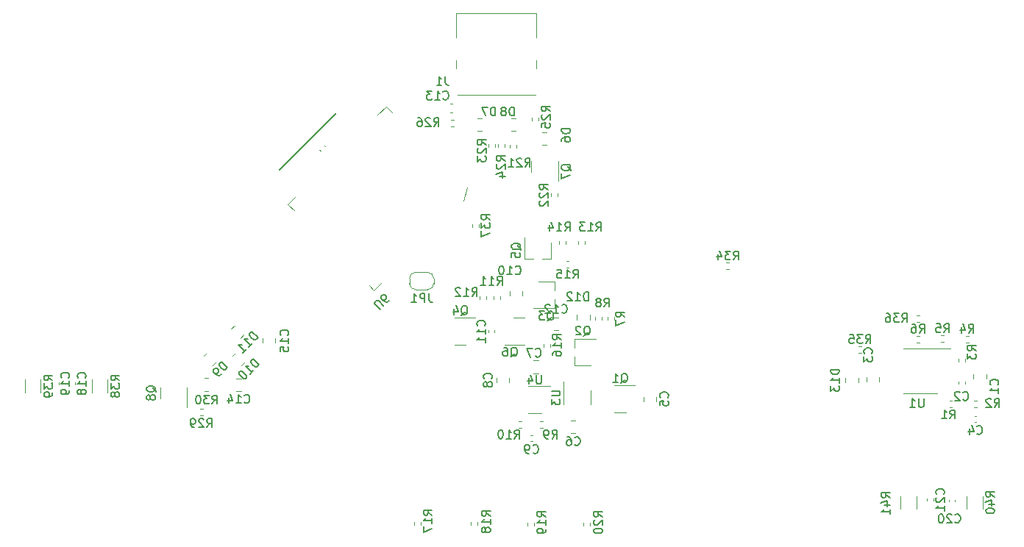
<source format=gbr>
%TF.GenerationSoftware,KiCad,Pcbnew,7.0.5*%
%TF.CreationDate,2023-08-25T10:09:23-04:00*%
%TF.ProjectId,Pro-Controller-X,50726f2d-436f-46e7-9472-6f6c6c65722d,rev?*%
%TF.SameCoordinates,Original*%
%TF.FileFunction,Legend,Bot*%
%TF.FilePolarity,Positive*%
%FSLAX46Y46*%
G04 Gerber Fmt 4.6, Leading zero omitted, Abs format (unit mm)*
G04 Created by KiCad (PCBNEW 7.0.5) date 2023-08-25 10:09:23*
%MOMM*%
%LPD*%
G01*
G04 APERTURE LIST*
%ADD10C,0.150000*%
%ADD11C,0.120000*%
%ADD12C,0.200000*%
G04 APERTURE END LIST*
D10*
%TO.C,JP1*%
X150483333Y-73454819D02*
X150483333Y-74169104D01*
X150483333Y-74169104D02*
X150530952Y-74311961D01*
X150530952Y-74311961D02*
X150626190Y-74407200D01*
X150626190Y-74407200D02*
X150769047Y-74454819D01*
X150769047Y-74454819D02*
X150864285Y-74454819D01*
X150007142Y-74454819D02*
X150007142Y-73454819D01*
X150007142Y-73454819D02*
X149626190Y-73454819D01*
X149626190Y-73454819D02*
X149530952Y-73502438D01*
X149530952Y-73502438D02*
X149483333Y-73550057D01*
X149483333Y-73550057D02*
X149435714Y-73645295D01*
X149435714Y-73645295D02*
X149435714Y-73788152D01*
X149435714Y-73788152D02*
X149483333Y-73883390D01*
X149483333Y-73883390D02*
X149530952Y-73931009D01*
X149530952Y-73931009D02*
X149626190Y-73978628D01*
X149626190Y-73978628D02*
X150007142Y-73978628D01*
X148483333Y-74454819D02*
X149054761Y-74454819D01*
X148769047Y-74454819D02*
X148769047Y-73454819D01*
X148769047Y-73454819D02*
X148864285Y-73597676D01*
X148864285Y-73597676D02*
X148959523Y-73692914D01*
X148959523Y-73692914D02*
X149054761Y-73740533D01*
%TO.C,C6*%
X167266666Y-90839580D02*
X167314285Y-90887200D01*
X167314285Y-90887200D02*
X167457142Y-90934819D01*
X167457142Y-90934819D02*
X167552380Y-90934819D01*
X167552380Y-90934819D02*
X167695237Y-90887200D01*
X167695237Y-90887200D02*
X167790475Y-90791961D01*
X167790475Y-90791961D02*
X167838094Y-90696723D01*
X167838094Y-90696723D02*
X167885713Y-90506247D01*
X167885713Y-90506247D02*
X167885713Y-90363390D01*
X167885713Y-90363390D02*
X167838094Y-90172914D01*
X167838094Y-90172914D02*
X167790475Y-90077676D01*
X167790475Y-90077676D02*
X167695237Y-89982438D01*
X167695237Y-89982438D02*
X167552380Y-89934819D01*
X167552380Y-89934819D02*
X167457142Y-89934819D01*
X167457142Y-89934819D02*
X167314285Y-89982438D01*
X167314285Y-89982438D02*
X167266666Y-90030057D01*
X166409523Y-89934819D02*
X166599999Y-89934819D01*
X166599999Y-89934819D02*
X166695237Y-89982438D01*
X166695237Y-89982438D02*
X166742856Y-90030057D01*
X166742856Y-90030057D02*
X166838094Y-90172914D01*
X166838094Y-90172914D02*
X166885713Y-90363390D01*
X166885713Y-90363390D02*
X166885713Y-90744342D01*
X166885713Y-90744342D02*
X166838094Y-90839580D01*
X166838094Y-90839580D02*
X166790475Y-90887200D01*
X166790475Y-90887200D02*
X166695237Y-90934819D01*
X166695237Y-90934819D02*
X166504761Y-90934819D01*
X166504761Y-90934819D02*
X166409523Y-90887200D01*
X166409523Y-90887200D02*
X166361904Y-90839580D01*
X166361904Y-90839580D02*
X166314285Y-90744342D01*
X166314285Y-90744342D02*
X166314285Y-90506247D01*
X166314285Y-90506247D02*
X166361904Y-90411009D01*
X166361904Y-90411009D02*
X166409523Y-90363390D01*
X166409523Y-90363390D02*
X166504761Y-90315771D01*
X166504761Y-90315771D02*
X166695237Y-90315771D01*
X166695237Y-90315771D02*
X166790475Y-90363390D01*
X166790475Y-90363390D02*
X166838094Y-90411009D01*
X166838094Y-90411009D02*
X166885713Y-90506247D01*
%TO.C,C8*%
X157679580Y-83233333D02*
X157727200Y-83185714D01*
X157727200Y-83185714D02*
X157774819Y-83042857D01*
X157774819Y-83042857D02*
X157774819Y-82947619D01*
X157774819Y-82947619D02*
X157727200Y-82804762D01*
X157727200Y-82804762D02*
X157631961Y-82709524D01*
X157631961Y-82709524D02*
X157536723Y-82661905D01*
X157536723Y-82661905D02*
X157346247Y-82614286D01*
X157346247Y-82614286D02*
X157203390Y-82614286D01*
X157203390Y-82614286D02*
X157012914Y-82661905D01*
X157012914Y-82661905D02*
X156917676Y-82709524D01*
X156917676Y-82709524D02*
X156822438Y-82804762D01*
X156822438Y-82804762D02*
X156774819Y-82947619D01*
X156774819Y-82947619D02*
X156774819Y-83042857D01*
X156774819Y-83042857D02*
X156822438Y-83185714D01*
X156822438Y-83185714D02*
X156870057Y-83233333D01*
X157203390Y-83804762D02*
X157155771Y-83709524D01*
X157155771Y-83709524D02*
X157108152Y-83661905D01*
X157108152Y-83661905D02*
X157012914Y-83614286D01*
X157012914Y-83614286D02*
X156965295Y-83614286D01*
X156965295Y-83614286D02*
X156870057Y-83661905D01*
X156870057Y-83661905D02*
X156822438Y-83709524D01*
X156822438Y-83709524D02*
X156774819Y-83804762D01*
X156774819Y-83804762D02*
X156774819Y-83995238D01*
X156774819Y-83995238D02*
X156822438Y-84090476D01*
X156822438Y-84090476D02*
X156870057Y-84138095D01*
X156870057Y-84138095D02*
X156965295Y-84185714D01*
X156965295Y-84185714D02*
X157012914Y-84185714D01*
X157012914Y-84185714D02*
X157108152Y-84138095D01*
X157108152Y-84138095D02*
X157155771Y-84090476D01*
X157155771Y-84090476D02*
X157203390Y-83995238D01*
X157203390Y-83995238D02*
X157203390Y-83804762D01*
X157203390Y-83804762D02*
X157251009Y-83709524D01*
X157251009Y-83709524D02*
X157298628Y-83661905D01*
X157298628Y-83661905D02*
X157393866Y-83614286D01*
X157393866Y-83614286D02*
X157584342Y-83614286D01*
X157584342Y-83614286D02*
X157679580Y-83661905D01*
X157679580Y-83661905D02*
X157727200Y-83709524D01*
X157727200Y-83709524D02*
X157774819Y-83804762D01*
X157774819Y-83804762D02*
X157774819Y-83995238D01*
X157774819Y-83995238D02*
X157727200Y-84090476D01*
X157727200Y-84090476D02*
X157679580Y-84138095D01*
X157679580Y-84138095D02*
X157584342Y-84185714D01*
X157584342Y-84185714D02*
X157393866Y-84185714D01*
X157393866Y-84185714D02*
X157298628Y-84138095D01*
X157298628Y-84138095D02*
X157251009Y-84090476D01*
X157251009Y-84090476D02*
X157203390Y-83995238D01*
%TO.C,Q5*%
X161100057Y-68404761D02*
X161052438Y-68309523D01*
X161052438Y-68309523D02*
X160957200Y-68214285D01*
X160957200Y-68214285D02*
X160814342Y-68071428D01*
X160814342Y-68071428D02*
X160766723Y-67976190D01*
X160766723Y-67976190D02*
X160766723Y-67880952D01*
X161004819Y-67928571D02*
X160957200Y-67833333D01*
X160957200Y-67833333D02*
X160861961Y-67738095D01*
X160861961Y-67738095D02*
X160671485Y-67690476D01*
X160671485Y-67690476D02*
X160338152Y-67690476D01*
X160338152Y-67690476D02*
X160147676Y-67738095D01*
X160147676Y-67738095D02*
X160052438Y-67833333D01*
X160052438Y-67833333D02*
X160004819Y-67928571D01*
X160004819Y-67928571D02*
X160004819Y-68119047D01*
X160004819Y-68119047D02*
X160052438Y-68214285D01*
X160052438Y-68214285D02*
X160147676Y-68309523D01*
X160147676Y-68309523D02*
X160338152Y-68357142D01*
X160338152Y-68357142D02*
X160671485Y-68357142D01*
X160671485Y-68357142D02*
X160861961Y-68309523D01*
X160861961Y-68309523D02*
X160957200Y-68214285D01*
X160957200Y-68214285D02*
X161004819Y-68119047D01*
X161004819Y-68119047D02*
X161004819Y-67928571D01*
X160004819Y-69261904D02*
X160004819Y-68785714D01*
X160004819Y-68785714D02*
X160481009Y-68738095D01*
X160481009Y-68738095D02*
X160433390Y-68785714D01*
X160433390Y-68785714D02*
X160385771Y-68880952D01*
X160385771Y-68880952D02*
X160385771Y-69119047D01*
X160385771Y-69119047D02*
X160433390Y-69214285D01*
X160433390Y-69214285D02*
X160481009Y-69261904D01*
X160481009Y-69261904D02*
X160576247Y-69309523D01*
X160576247Y-69309523D02*
X160814342Y-69309523D01*
X160814342Y-69309523D02*
X160909580Y-69261904D01*
X160909580Y-69261904D02*
X160957200Y-69214285D01*
X160957200Y-69214285D02*
X161004819Y-69119047D01*
X161004819Y-69119047D02*
X161004819Y-68880952D01*
X161004819Y-68880952D02*
X160957200Y-68785714D01*
X160957200Y-68785714D02*
X160909580Y-68738095D01*
%TO.C,U6*%
X144860958Y-75290253D02*
X144288538Y-74717833D01*
X144288538Y-74717833D02*
X144254866Y-74616818D01*
X144254866Y-74616818D02*
X144254866Y-74549474D01*
X144254866Y-74549474D02*
X144288538Y-74448459D01*
X144288538Y-74448459D02*
X144423225Y-74313772D01*
X144423225Y-74313772D02*
X144524240Y-74280100D01*
X144524240Y-74280100D02*
X144591584Y-74280100D01*
X144591584Y-74280100D02*
X144692599Y-74313772D01*
X144692599Y-74313772D02*
X145265019Y-74886192D01*
X145904782Y-74246428D02*
X145770095Y-74381115D01*
X145770095Y-74381115D02*
X145669080Y-74414787D01*
X145669080Y-74414787D02*
X145601736Y-74414787D01*
X145601736Y-74414787D02*
X145433377Y-74381115D01*
X145433377Y-74381115D02*
X145265019Y-74280100D01*
X145265019Y-74280100D02*
X144995645Y-74010726D01*
X144995645Y-74010726D02*
X144961973Y-73909711D01*
X144961973Y-73909711D02*
X144961973Y-73842367D01*
X144961973Y-73842367D02*
X144995645Y-73741352D01*
X144995645Y-73741352D02*
X145130332Y-73606665D01*
X145130332Y-73606665D02*
X145231347Y-73572993D01*
X145231347Y-73572993D02*
X145298690Y-73572993D01*
X145298690Y-73572993D02*
X145399706Y-73606665D01*
X145399706Y-73606665D02*
X145568064Y-73775024D01*
X145568064Y-73775024D02*
X145601736Y-73876039D01*
X145601736Y-73876039D02*
X145601736Y-73943383D01*
X145601736Y-73943383D02*
X145568064Y-74044398D01*
X145568064Y-74044398D02*
X145433377Y-74179085D01*
X145433377Y-74179085D02*
X145332362Y-74212757D01*
X145332362Y-74212757D02*
X145265019Y-74212757D01*
X145265019Y-74212757D02*
X145164003Y-74179085D01*
%TO.C,D8*%
X160308094Y-52974819D02*
X160308094Y-51974819D01*
X160308094Y-51974819D02*
X160069999Y-51974819D01*
X160069999Y-51974819D02*
X159927142Y-52022438D01*
X159927142Y-52022438D02*
X159831904Y-52117676D01*
X159831904Y-52117676D02*
X159784285Y-52212914D01*
X159784285Y-52212914D02*
X159736666Y-52403390D01*
X159736666Y-52403390D02*
X159736666Y-52546247D01*
X159736666Y-52546247D02*
X159784285Y-52736723D01*
X159784285Y-52736723D02*
X159831904Y-52831961D01*
X159831904Y-52831961D02*
X159927142Y-52927200D01*
X159927142Y-52927200D02*
X160069999Y-52974819D01*
X160069999Y-52974819D02*
X160308094Y-52974819D01*
X159165237Y-52403390D02*
X159260475Y-52355771D01*
X159260475Y-52355771D02*
X159308094Y-52308152D01*
X159308094Y-52308152D02*
X159355713Y-52212914D01*
X159355713Y-52212914D02*
X159355713Y-52165295D01*
X159355713Y-52165295D02*
X159308094Y-52070057D01*
X159308094Y-52070057D02*
X159260475Y-52022438D01*
X159260475Y-52022438D02*
X159165237Y-51974819D01*
X159165237Y-51974819D02*
X158974761Y-51974819D01*
X158974761Y-51974819D02*
X158879523Y-52022438D01*
X158879523Y-52022438D02*
X158831904Y-52070057D01*
X158831904Y-52070057D02*
X158784285Y-52165295D01*
X158784285Y-52165295D02*
X158784285Y-52212914D01*
X158784285Y-52212914D02*
X158831904Y-52308152D01*
X158831904Y-52308152D02*
X158879523Y-52355771D01*
X158879523Y-52355771D02*
X158974761Y-52403390D01*
X158974761Y-52403390D02*
X159165237Y-52403390D01*
X159165237Y-52403390D02*
X159260475Y-52451009D01*
X159260475Y-52451009D02*
X159308094Y-52498628D01*
X159308094Y-52498628D02*
X159355713Y-52593866D01*
X159355713Y-52593866D02*
X159355713Y-52784342D01*
X159355713Y-52784342D02*
X159308094Y-52879580D01*
X159308094Y-52879580D02*
X159260475Y-52927200D01*
X159260475Y-52927200D02*
X159165237Y-52974819D01*
X159165237Y-52974819D02*
X158974761Y-52974819D01*
X158974761Y-52974819D02*
X158879523Y-52927200D01*
X158879523Y-52927200D02*
X158831904Y-52879580D01*
X158831904Y-52879580D02*
X158784285Y-52784342D01*
X158784285Y-52784342D02*
X158784285Y-52593866D01*
X158784285Y-52593866D02*
X158831904Y-52498628D01*
X158831904Y-52498628D02*
X158879523Y-52451009D01*
X158879523Y-52451009D02*
X158974761Y-52403390D01*
%TO.C,R21*%
X161542857Y-58854819D02*
X161876190Y-58378628D01*
X162114285Y-58854819D02*
X162114285Y-57854819D01*
X162114285Y-57854819D02*
X161733333Y-57854819D01*
X161733333Y-57854819D02*
X161638095Y-57902438D01*
X161638095Y-57902438D02*
X161590476Y-57950057D01*
X161590476Y-57950057D02*
X161542857Y-58045295D01*
X161542857Y-58045295D02*
X161542857Y-58188152D01*
X161542857Y-58188152D02*
X161590476Y-58283390D01*
X161590476Y-58283390D02*
X161638095Y-58331009D01*
X161638095Y-58331009D02*
X161733333Y-58378628D01*
X161733333Y-58378628D02*
X162114285Y-58378628D01*
X161161904Y-57950057D02*
X161114285Y-57902438D01*
X161114285Y-57902438D02*
X161019047Y-57854819D01*
X161019047Y-57854819D02*
X160780952Y-57854819D01*
X160780952Y-57854819D02*
X160685714Y-57902438D01*
X160685714Y-57902438D02*
X160638095Y-57950057D01*
X160638095Y-57950057D02*
X160590476Y-58045295D01*
X160590476Y-58045295D02*
X160590476Y-58140533D01*
X160590476Y-58140533D02*
X160638095Y-58283390D01*
X160638095Y-58283390D02*
X161209523Y-58854819D01*
X161209523Y-58854819D02*
X160590476Y-58854819D01*
X159638095Y-58854819D02*
X160209523Y-58854819D01*
X159923809Y-58854819D02*
X159923809Y-57854819D01*
X159923809Y-57854819D02*
X160019047Y-57997676D01*
X160019047Y-57997676D02*
X160114285Y-58092914D01*
X160114285Y-58092914D02*
X160209523Y-58140533D01*
%TO.C,C21*%
X209719580Y-96557142D02*
X209767200Y-96509523D01*
X209767200Y-96509523D02*
X209814819Y-96366666D01*
X209814819Y-96366666D02*
X209814819Y-96271428D01*
X209814819Y-96271428D02*
X209767200Y-96128571D01*
X209767200Y-96128571D02*
X209671961Y-96033333D01*
X209671961Y-96033333D02*
X209576723Y-95985714D01*
X209576723Y-95985714D02*
X209386247Y-95938095D01*
X209386247Y-95938095D02*
X209243390Y-95938095D01*
X209243390Y-95938095D02*
X209052914Y-95985714D01*
X209052914Y-95985714D02*
X208957676Y-96033333D01*
X208957676Y-96033333D02*
X208862438Y-96128571D01*
X208862438Y-96128571D02*
X208814819Y-96271428D01*
X208814819Y-96271428D02*
X208814819Y-96366666D01*
X208814819Y-96366666D02*
X208862438Y-96509523D01*
X208862438Y-96509523D02*
X208910057Y-96557142D01*
X208910057Y-96938095D02*
X208862438Y-96985714D01*
X208862438Y-96985714D02*
X208814819Y-97080952D01*
X208814819Y-97080952D02*
X208814819Y-97319047D01*
X208814819Y-97319047D02*
X208862438Y-97414285D01*
X208862438Y-97414285D02*
X208910057Y-97461904D01*
X208910057Y-97461904D02*
X209005295Y-97509523D01*
X209005295Y-97509523D02*
X209100533Y-97509523D01*
X209100533Y-97509523D02*
X209243390Y-97461904D01*
X209243390Y-97461904D02*
X209814819Y-96890476D01*
X209814819Y-96890476D02*
X209814819Y-97509523D01*
X209814819Y-98461904D02*
X209814819Y-97890476D01*
X209814819Y-98176190D02*
X208814819Y-98176190D01*
X208814819Y-98176190D02*
X208957676Y-98080952D01*
X208957676Y-98080952D02*
X209052914Y-97985714D01*
X209052914Y-97985714D02*
X209100533Y-97890476D01*
%TO.C,R15*%
X167085357Y-71684819D02*
X167418690Y-71208628D01*
X167656785Y-71684819D02*
X167656785Y-70684819D01*
X167656785Y-70684819D02*
X167275833Y-70684819D01*
X167275833Y-70684819D02*
X167180595Y-70732438D01*
X167180595Y-70732438D02*
X167132976Y-70780057D01*
X167132976Y-70780057D02*
X167085357Y-70875295D01*
X167085357Y-70875295D02*
X167085357Y-71018152D01*
X167085357Y-71018152D02*
X167132976Y-71113390D01*
X167132976Y-71113390D02*
X167180595Y-71161009D01*
X167180595Y-71161009D02*
X167275833Y-71208628D01*
X167275833Y-71208628D02*
X167656785Y-71208628D01*
X166132976Y-71684819D02*
X166704404Y-71684819D01*
X166418690Y-71684819D02*
X166418690Y-70684819D01*
X166418690Y-70684819D02*
X166513928Y-70827676D01*
X166513928Y-70827676D02*
X166609166Y-70922914D01*
X166609166Y-70922914D02*
X166704404Y-70970533D01*
X165228214Y-70684819D02*
X165704404Y-70684819D01*
X165704404Y-70684819D02*
X165752023Y-71161009D01*
X165752023Y-71161009D02*
X165704404Y-71113390D01*
X165704404Y-71113390D02*
X165609166Y-71065771D01*
X165609166Y-71065771D02*
X165371071Y-71065771D01*
X165371071Y-71065771D02*
X165275833Y-71113390D01*
X165275833Y-71113390D02*
X165228214Y-71161009D01*
X165228214Y-71161009D02*
X165180595Y-71256247D01*
X165180595Y-71256247D02*
X165180595Y-71494342D01*
X165180595Y-71494342D02*
X165228214Y-71589580D01*
X165228214Y-71589580D02*
X165275833Y-71637200D01*
X165275833Y-71637200D02*
X165371071Y-71684819D01*
X165371071Y-71684819D02*
X165609166Y-71684819D01*
X165609166Y-71684819D02*
X165704404Y-71637200D01*
X165704404Y-71637200D02*
X165752023Y-71589580D01*
%TO.C,R16*%
X165724819Y-78757142D02*
X165248628Y-78423809D01*
X165724819Y-78185714D02*
X164724819Y-78185714D01*
X164724819Y-78185714D02*
X164724819Y-78566666D01*
X164724819Y-78566666D02*
X164772438Y-78661904D01*
X164772438Y-78661904D02*
X164820057Y-78709523D01*
X164820057Y-78709523D02*
X164915295Y-78757142D01*
X164915295Y-78757142D02*
X165058152Y-78757142D01*
X165058152Y-78757142D02*
X165153390Y-78709523D01*
X165153390Y-78709523D02*
X165201009Y-78661904D01*
X165201009Y-78661904D02*
X165248628Y-78566666D01*
X165248628Y-78566666D02*
X165248628Y-78185714D01*
X165724819Y-79709523D02*
X165724819Y-79138095D01*
X165724819Y-79423809D02*
X164724819Y-79423809D01*
X164724819Y-79423809D02*
X164867676Y-79328571D01*
X164867676Y-79328571D02*
X164962914Y-79233333D01*
X164962914Y-79233333D02*
X165010533Y-79138095D01*
X164724819Y-80566666D02*
X164724819Y-80376190D01*
X164724819Y-80376190D02*
X164772438Y-80280952D01*
X164772438Y-80280952D02*
X164820057Y-80233333D01*
X164820057Y-80233333D02*
X164962914Y-80138095D01*
X164962914Y-80138095D02*
X165153390Y-80090476D01*
X165153390Y-80090476D02*
X165534342Y-80090476D01*
X165534342Y-80090476D02*
X165629580Y-80138095D01*
X165629580Y-80138095D02*
X165677200Y-80185714D01*
X165677200Y-80185714D02*
X165724819Y-80280952D01*
X165724819Y-80280952D02*
X165724819Y-80471428D01*
X165724819Y-80471428D02*
X165677200Y-80566666D01*
X165677200Y-80566666D02*
X165629580Y-80614285D01*
X165629580Y-80614285D02*
X165534342Y-80661904D01*
X165534342Y-80661904D02*
X165296247Y-80661904D01*
X165296247Y-80661904D02*
X165201009Y-80614285D01*
X165201009Y-80614285D02*
X165153390Y-80566666D01*
X165153390Y-80566666D02*
X165105771Y-80471428D01*
X165105771Y-80471428D02*
X165105771Y-80280952D01*
X165105771Y-80280952D02*
X165153390Y-80185714D01*
X165153390Y-80185714D02*
X165201009Y-80138095D01*
X165201009Y-80138095D02*
X165296247Y-80090476D01*
%TO.C,R8*%
X170656666Y-74982319D02*
X170989999Y-74506128D01*
X171228094Y-74982319D02*
X171228094Y-73982319D01*
X171228094Y-73982319D02*
X170847142Y-73982319D01*
X170847142Y-73982319D02*
X170751904Y-74029938D01*
X170751904Y-74029938D02*
X170704285Y-74077557D01*
X170704285Y-74077557D02*
X170656666Y-74172795D01*
X170656666Y-74172795D02*
X170656666Y-74315652D01*
X170656666Y-74315652D02*
X170704285Y-74410890D01*
X170704285Y-74410890D02*
X170751904Y-74458509D01*
X170751904Y-74458509D02*
X170847142Y-74506128D01*
X170847142Y-74506128D02*
X171228094Y-74506128D01*
X170085237Y-74410890D02*
X170180475Y-74363271D01*
X170180475Y-74363271D02*
X170228094Y-74315652D01*
X170228094Y-74315652D02*
X170275713Y-74220414D01*
X170275713Y-74220414D02*
X170275713Y-74172795D01*
X170275713Y-74172795D02*
X170228094Y-74077557D01*
X170228094Y-74077557D02*
X170180475Y-74029938D01*
X170180475Y-74029938D02*
X170085237Y-73982319D01*
X170085237Y-73982319D02*
X169894761Y-73982319D01*
X169894761Y-73982319D02*
X169799523Y-74029938D01*
X169799523Y-74029938D02*
X169751904Y-74077557D01*
X169751904Y-74077557D02*
X169704285Y-74172795D01*
X169704285Y-74172795D02*
X169704285Y-74220414D01*
X169704285Y-74220414D02*
X169751904Y-74315652D01*
X169751904Y-74315652D02*
X169799523Y-74363271D01*
X169799523Y-74363271D02*
X169894761Y-74410890D01*
X169894761Y-74410890D02*
X170085237Y-74410890D01*
X170085237Y-74410890D02*
X170180475Y-74458509D01*
X170180475Y-74458509D02*
X170228094Y-74506128D01*
X170228094Y-74506128D02*
X170275713Y-74601366D01*
X170275713Y-74601366D02*
X170275713Y-74791842D01*
X170275713Y-74791842D02*
X170228094Y-74887080D01*
X170228094Y-74887080D02*
X170180475Y-74934700D01*
X170180475Y-74934700D02*
X170085237Y-74982319D01*
X170085237Y-74982319D02*
X169894761Y-74982319D01*
X169894761Y-74982319D02*
X169799523Y-74934700D01*
X169799523Y-74934700D02*
X169751904Y-74887080D01*
X169751904Y-74887080D02*
X169704285Y-74791842D01*
X169704285Y-74791842D02*
X169704285Y-74601366D01*
X169704285Y-74601366D02*
X169751904Y-74506128D01*
X169751904Y-74506128D02*
X169799523Y-74458509D01*
X169799523Y-74458509D02*
X169894761Y-74410890D01*
%TO.C,R10*%
X160342857Y-90154819D02*
X160676190Y-89678628D01*
X160914285Y-90154819D02*
X160914285Y-89154819D01*
X160914285Y-89154819D02*
X160533333Y-89154819D01*
X160533333Y-89154819D02*
X160438095Y-89202438D01*
X160438095Y-89202438D02*
X160390476Y-89250057D01*
X160390476Y-89250057D02*
X160342857Y-89345295D01*
X160342857Y-89345295D02*
X160342857Y-89488152D01*
X160342857Y-89488152D02*
X160390476Y-89583390D01*
X160390476Y-89583390D02*
X160438095Y-89631009D01*
X160438095Y-89631009D02*
X160533333Y-89678628D01*
X160533333Y-89678628D02*
X160914285Y-89678628D01*
X159390476Y-90154819D02*
X159961904Y-90154819D01*
X159676190Y-90154819D02*
X159676190Y-89154819D01*
X159676190Y-89154819D02*
X159771428Y-89297676D01*
X159771428Y-89297676D02*
X159866666Y-89392914D01*
X159866666Y-89392914D02*
X159961904Y-89440533D01*
X158771428Y-89154819D02*
X158676190Y-89154819D01*
X158676190Y-89154819D02*
X158580952Y-89202438D01*
X158580952Y-89202438D02*
X158533333Y-89250057D01*
X158533333Y-89250057D02*
X158485714Y-89345295D01*
X158485714Y-89345295D02*
X158438095Y-89535771D01*
X158438095Y-89535771D02*
X158438095Y-89773866D01*
X158438095Y-89773866D02*
X158485714Y-89964342D01*
X158485714Y-89964342D02*
X158533333Y-90059580D01*
X158533333Y-90059580D02*
X158580952Y-90107200D01*
X158580952Y-90107200D02*
X158676190Y-90154819D01*
X158676190Y-90154819D02*
X158771428Y-90154819D01*
X158771428Y-90154819D02*
X158866666Y-90107200D01*
X158866666Y-90107200D02*
X158914285Y-90059580D01*
X158914285Y-90059580D02*
X158961904Y-89964342D01*
X158961904Y-89964342D02*
X159009523Y-89773866D01*
X159009523Y-89773866D02*
X159009523Y-89535771D01*
X159009523Y-89535771D02*
X158961904Y-89345295D01*
X158961904Y-89345295D02*
X158914285Y-89250057D01*
X158914285Y-89250057D02*
X158866666Y-89202438D01*
X158866666Y-89202438D02*
X158771428Y-89154819D01*
%TO.C,U3*%
X164594819Y-84658095D02*
X165404342Y-84658095D01*
X165404342Y-84658095D02*
X165499580Y-84705714D01*
X165499580Y-84705714D02*
X165547200Y-84753333D01*
X165547200Y-84753333D02*
X165594819Y-84848571D01*
X165594819Y-84848571D02*
X165594819Y-85039047D01*
X165594819Y-85039047D02*
X165547200Y-85134285D01*
X165547200Y-85134285D02*
X165499580Y-85181904D01*
X165499580Y-85181904D02*
X165404342Y-85229523D01*
X165404342Y-85229523D02*
X164594819Y-85229523D01*
X164594819Y-85610476D02*
X164594819Y-86229523D01*
X164594819Y-86229523D02*
X164975771Y-85896190D01*
X164975771Y-85896190D02*
X164975771Y-86039047D01*
X164975771Y-86039047D02*
X165023390Y-86134285D01*
X165023390Y-86134285D02*
X165071009Y-86181904D01*
X165071009Y-86181904D02*
X165166247Y-86229523D01*
X165166247Y-86229523D02*
X165404342Y-86229523D01*
X165404342Y-86229523D02*
X165499580Y-86181904D01*
X165499580Y-86181904D02*
X165547200Y-86134285D01*
X165547200Y-86134285D02*
X165594819Y-86039047D01*
X165594819Y-86039047D02*
X165594819Y-85753333D01*
X165594819Y-85753333D02*
X165547200Y-85658095D01*
X165547200Y-85658095D02*
X165499580Y-85610476D01*
%TO.C,Q1*%
X172595238Y-83750057D02*
X172690476Y-83702438D01*
X172690476Y-83702438D02*
X172785714Y-83607200D01*
X172785714Y-83607200D02*
X172928571Y-83464342D01*
X172928571Y-83464342D02*
X173023809Y-83416723D01*
X173023809Y-83416723D02*
X173119047Y-83416723D01*
X173071428Y-83654819D02*
X173166666Y-83607200D01*
X173166666Y-83607200D02*
X173261904Y-83511961D01*
X173261904Y-83511961D02*
X173309523Y-83321485D01*
X173309523Y-83321485D02*
X173309523Y-82988152D01*
X173309523Y-82988152D02*
X173261904Y-82797676D01*
X173261904Y-82797676D02*
X173166666Y-82702438D01*
X173166666Y-82702438D02*
X173071428Y-82654819D01*
X173071428Y-82654819D02*
X172880952Y-82654819D01*
X172880952Y-82654819D02*
X172785714Y-82702438D01*
X172785714Y-82702438D02*
X172690476Y-82797676D01*
X172690476Y-82797676D02*
X172642857Y-82988152D01*
X172642857Y-82988152D02*
X172642857Y-83321485D01*
X172642857Y-83321485D02*
X172690476Y-83511961D01*
X172690476Y-83511961D02*
X172785714Y-83607200D01*
X172785714Y-83607200D02*
X172880952Y-83654819D01*
X172880952Y-83654819D02*
X173071428Y-83654819D01*
X171690476Y-83654819D02*
X172261904Y-83654819D01*
X171976190Y-83654819D02*
X171976190Y-82654819D01*
X171976190Y-82654819D02*
X172071428Y-82797676D01*
X172071428Y-82797676D02*
X172166666Y-82892914D01*
X172166666Y-82892914D02*
X172261904Y-82940533D01*
%TO.C,R13*%
X169742857Y-66254819D02*
X170076190Y-65778628D01*
X170314285Y-66254819D02*
X170314285Y-65254819D01*
X170314285Y-65254819D02*
X169933333Y-65254819D01*
X169933333Y-65254819D02*
X169838095Y-65302438D01*
X169838095Y-65302438D02*
X169790476Y-65350057D01*
X169790476Y-65350057D02*
X169742857Y-65445295D01*
X169742857Y-65445295D02*
X169742857Y-65588152D01*
X169742857Y-65588152D02*
X169790476Y-65683390D01*
X169790476Y-65683390D02*
X169838095Y-65731009D01*
X169838095Y-65731009D02*
X169933333Y-65778628D01*
X169933333Y-65778628D02*
X170314285Y-65778628D01*
X168790476Y-66254819D02*
X169361904Y-66254819D01*
X169076190Y-66254819D02*
X169076190Y-65254819D01*
X169076190Y-65254819D02*
X169171428Y-65397676D01*
X169171428Y-65397676D02*
X169266666Y-65492914D01*
X169266666Y-65492914D02*
X169361904Y-65540533D01*
X168457142Y-65254819D02*
X167838095Y-65254819D01*
X167838095Y-65254819D02*
X168171428Y-65635771D01*
X168171428Y-65635771D02*
X168028571Y-65635771D01*
X168028571Y-65635771D02*
X167933333Y-65683390D01*
X167933333Y-65683390D02*
X167885714Y-65731009D01*
X167885714Y-65731009D02*
X167838095Y-65826247D01*
X167838095Y-65826247D02*
X167838095Y-66064342D01*
X167838095Y-66064342D02*
X167885714Y-66159580D01*
X167885714Y-66159580D02*
X167933333Y-66207200D01*
X167933333Y-66207200D02*
X168028571Y-66254819D01*
X168028571Y-66254819D02*
X168314285Y-66254819D01*
X168314285Y-66254819D02*
X168409523Y-66207200D01*
X168409523Y-66207200D02*
X168457142Y-66159580D01*
%TO.C,C2*%
X211966666Y-85659580D02*
X212014285Y-85707200D01*
X212014285Y-85707200D02*
X212157142Y-85754819D01*
X212157142Y-85754819D02*
X212252380Y-85754819D01*
X212252380Y-85754819D02*
X212395237Y-85707200D01*
X212395237Y-85707200D02*
X212490475Y-85611961D01*
X212490475Y-85611961D02*
X212538094Y-85516723D01*
X212538094Y-85516723D02*
X212585713Y-85326247D01*
X212585713Y-85326247D02*
X212585713Y-85183390D01*
X212585713Y-85183390D02*
X212538094Y-84992914D01*
X212538094Y-84992914D02*
X212490475Y-84897676D01*
X212490475Y-84897676D02*
X212395237Y-84802438D01*
X212395237Y-84802438D02*
X212252380Y-84754819D01*
X212252380Y-84754819D02*
X212157142Y-84754819D01*
X212157142Y-84754819D02*
X212014285Y-84802438D01*
X212014285Y-84802438D02*
X211966666Y-84850057D01*
X211585713Y-84850057D02*
X211538094Y-84802438D01*
X211538094Y-84802438D02*
X211442856Y-84754819D01*
X211442856Y-84754819D02*
X211204761Y-84754819D01*
X211204761Y-84754819D02*
X211109523Y-84802438D01*
X211109523Y-84802438D02*
X211061904Y-84850057D01*
X211061904Y-84850057D02*
X211014285Y-84945295D01*
X211014285Y-84945295D02*
X211014285Y-85040533D01*
X211014285Y-85040533D02*
X211061904Y-85183390D01*
X211061904Y-85183390D02*
X211633332Y-85754819D01*
X211633332Y-85754819D02*
X211014285Y-85754819D01*
%TO.C,R38*%
X114874819Y-83457142D02*
X114398628Y-83123809D01*
X114874819Y-82885714D02*
X113874819Y-82885714D01*
X113874819Y-82885714D02*
X113874819Y-83266666D01*
X113874819Y-83266666D02*
X113922438Y-83361904D01*
X113922438Y-83361904D02*
X113970057Y-83409523D01*
X113970057Y-83409523D02*
X114065295Y-83457142D01*
X114065295Y-83457142D02*
X114208152Y-83457142D01*
X114208152Y-83457142D02*
X114303390Y-83409523D01*
X114303390Y-83409523D02*
X114351009Y-83361904D01*
X114351009Y-83361904D02*
X114398628Y-83266666D01*
X114398628Y-83266666D02*
X114398628Y-82885714D01*
X113874819Y-83790476D02*
X113874819Y-84409523D01*
X113874819Y-84409523D02*
X114255771Y-84076190D01*
X114255771Y-84076190D02*
X114255771Y-84219047D01*
X114255771Y-84219047D02*
X114303390Y-84314285D01*
X114303390Y-84314285D02*
X114351009Y-84361904D01*
X114351009Y-84361904D02*
X114446247Y-84409523D01*
X114446247Y-84409523D02*
X114684342Y-84409523D01*
X114684342Y-84409523D02*
X114779580Y-84361904D01*
X114779580Y-84361904D02*
X114827200Y-84314285D01*
X114827200Y-84314285D02*
X114874819Y-84219047D01*
X114874819Y-84219047D02*
X114874819Y-83933333D01*
X114874819Y-83933333D02*
X114827200Y-83838095D01*
X114827200Y-83838095D02*
X114779580Y-83790476D01*
X114303390Y-84980952D02*
X114255771Y-84885714D01*
X114255771Y-84885714D02*
X114208152Y-84838095D01*
X114208152Y-84838095D02*
X114112914Y-84790476D01*
X114112914Y-84790476D02*
X114065295Y-84790476D01*
X114065295Y-84790476D02*
X113970057Y-84838095D01*
X113970057Y-84838095D02*
X113922438Y-84885714D01*
X113922438Y-84885714D02*
X113874819Y-84980952D01*
X113874819Y-84980952D02*
X113874819Y-85171428D01*
X113874819Y-85171428D02*
X113922438Y-85266666D01*
X113922438Y-85266666D02*
X113970057Y-85314285D01*
X113970057Y-85314285D02*
X114065295Y-85361904D01*
X114065295Y-85361904D02*
X114112914Y-85361904D01*
X114112914Y-85361904D02*
X114208152Y-85314285D01*
X114208152Y-85314285D02*
X114255771Y-85266666D01*
X114255771Y-85266666D02*
X114303390Y-85171428D01*
X114303390Y-85171428D02*
X114303390Y-84980952D01*
X114303390Y-84980952D02*
X114351009Y-84885714D01*
X114351009Y-84885714D02*
X114398628Y-84838095D01*
X114398628Y-84838095D02*
X114493866Y-84790476D01*
X114493866Y-84790476D02*
X114684342Y-84790476D01*
X114684342Y-84790476D02*
X114779580Y-84838095D01*
X114779580Y-84838095D02*
X114827200Y-84885714D01*
X114827200Y-84885714D02*
X114874819Y-84980952D01*
X114874819Y-84980952D02*
X114874819Y-85171428D01*
X114874819Y-85171428D02*
X114827200Y-85266666D01*
X114827200Y-85266666D02*
X114779580Y-85314285D01*
X114779580Y-85314285D02*
X114684342Y-85361904D01*
X114684342Y-85361904D02*
X114493866Y-85361904D01*
X114493866Y-85361904D02*
X114398628Y-85314285D01*
X114398628Y-85314285D02*
X114351009Y-85266666D01*
X114351009Y-85266666D02*
X114303390Y-85171428D01*
%TO.C,R34*%
X185530357Y-69564819D02*
X185863690Y-69088628D01*
X186101785Y-69564819D02*
X186101785Y-68564819D01*
X186101785Y-68564819D02*
X185720833Y-68564819D01*
X185720833Y-68564819D02*
X185625595Y-68612438D01*
X185625595Y-68612438D02*
X185577976Y-68660057D01*
X185577976Y-68660057D02*
X185530357Y-68755295D01*
X185530357Y-68755295D02*
X185530357Y-68898152D01*
X185530357Y-68898152D02*
X185577976Y-68993390D01*
X185577976Y-68993390D02*
X185625595Y-69041009D01*
X185625595Y-69041009D02*
X185720833Y-69088628D01*
X185720833Y-69088628D02*
X186101785Y-69088628D01*
X185197023Y-68564819D02*
X184577976Y-68564819D01*
X184577976Y-68564819D02*
X184911309Y-68945771D01*
X184911309Y-68945771D02*
X184768452Y-68945771D01*
X184768452Y-68945771D02*
X184673214Y-68993390D01*
X184673214Y-68993390D02*
X184625595Y-69041009D01*
X184625595Y-69041009D02*
X184577976Y-69136247D01*
X184577976Y-69136247D02*
X184577976Y-69374342D01*
X184577976Y-69374342D02*
X184625595Y-69469580D01*
X184625595Y-69469580D02*
X184673214Y-69517200D01*
X184673214Y-69517200D02*
X184768452Y-69564819D01*
X184768452Y-69564819D02*
X185054166Y-69564819D01*
X185054166Y-69564819D02*
X185149404Y-69517200D01*
X185149404Y-69517200D02*
X185197023Y-69469580D01*
X183720833Y-68898152D02*
X183720833Y-69564819D01*
X183958928Y-68517200D02*
X184197023Y-69231485D01*
X184197023Y-69231485D02*
X183577976Y-69231485D01*
%TO.C,R35*%
X200742857Y-79184819D02*
X201076190Y-78708628D01*
X201314285Y-79184819D02*
X201314285Y-78184819D01*
X201314285Y-78184819D02*
X200933333Y-78184819D01*
X200933333Y-78184819D02*
X200838095Y-78232438D01*
X200838095Y-78232438D02*
X200790476Y-78280057D01*
X200790476Y-78280057D02*
X200742857Y-78375295D01*
X200742857Y-78375295D02*
X200742857Y-78518152D01*
X200742857Y-78518152D02*
X200790476Y-78613390D01*
X200790476Y-78613390D02*
X200838095Y-78661009D01*
X200838095Y-78661009D02*
X200933333Y-78708628D01*
X200933333Y-78708628D02*
X201314285Y-78708628D01*
X200409523Y-78184819D02*
X199790476Y-78184819D01*
X199790476Y-78184819D02*
X200123809Y-78565771D01*
X200123809Y-78565771D02*
X199980952Y-78565771D01*
X199980952Y-78565771D02*
X199885714Y-78613390D01*
X199885714Y-78613390D02*
X199838095Y-78661009D01*
X199838095Y-78661009D02*
X199790476Y-78756247D01*
X199790476Y-78756247D02*
X199790476Y-78994342D01*
X199790476Y-78994342D02*
X199838095Y-79089580D01*
X199838095Y-79089580D02*
X199885714Y-79137200D01*
X199885714Y-79137200D02*
X199980952Y-79184819D01*
X199980952Y-79184819D02*
X200266666Y-79184819D01*
X200266666Y-79184819D02*
X200361904Y-79137200D01*
X200361904Y-79137200D02*
X200409523Y-79089580D01*
X198885714Y-78184819D02*
X199361904Y-78184819D01*
X199361904Y-78184819D02*
X199409523Y-78661009D01*
X199409523Y-78661009D02*
X199361904Y-78613390D01*
X199361904Y-78613390D02*
X199266666Y-78565771D01*
X199266666Y-78565771D02*
X199028571Y-78565771D01*
X199028571Y-78565771D02*
X198933333Y-78613390D01*
X198933333Y-78613390D02*
X198885714Y-78661009D01*
X198885714Y-78661009D02*
X198838095Y-78756247D01*
X198838095Y-78756247D02*
X198838095Y-78994342D01*
X198838095Y-78994342D02*
X198885714Y-79089580D01*
X198885714Y-79089580D02*
X198933333Y-79137200D01*
X198933333Y-79137200D02*
X199028571Y-79184819D01*
X199028571Y-79184819D02*
X199266666Y-79184819D01*
X199266666Y-79184819D02*
X199361904Y-79137200D01*
X199361904Y-79137200D02*
X199409523Y-79089580D01*
%TO.C,R5*%
X209781666Y-77939819D02*
X210114999Y-77463628D01*
X210353094Y-77939819D02*
X210353094Y-76939819D01*
X210353094Y-76939819D02*
X209972142Y-76939819D01*
X209972142Y-76939819D02*
X209876904Y-76987438D01*
X209876904Y-76987438D02*
X209829285Y-77035057D01*
X209829285Y-77035057D02*
X209781666Y-77130295D01*
X209781666Y-77130295D02*
X209781666Y-77273152D01*
X209781666Y-77273152D02*
X209829285Y-77368390D01*
X209829285Y-77368390D02*
X209876904Y-77416009D01*
X209876904Y-77416009D02*
X209972142Y-77463628D01*
X209972142Y-77463628D02*
X210353094Y-77463628D01*
X208876904Y-76939819D02*
X209353094Y-76939819D01*
X209353094Y-76939819D02*
X209400713Y-77416009D01*
X209400713Y-77416009D02*
X209353094Y-77368390D01*
X209353094Y-77368390D02*
X209257856Y-77320771D01*
X209257856Y-77320771D02*
X209019761Y-77320771D01*
X209019761Y-77320771D02*
X208924523Y-77368390D01*
X208924523Y-77368390D02*
X208876904Y-77416009D01*
X208876904Y-77416009D02*
X208829285Y-77511247D01*
X208829285Y-77511247D02*
X208829285Y-77749342D01*
X208829285Y-77749342D02*
X208876904Y-77844580D01*
X208876904Y-77844580D02*
X208924523Y-77892200D01*
X208924523Y-77892200D02*
X209019761Y-77939819D01*
X209019761Y-77939819D02*
X209257856Y-77939819D01*
X209257856Y-77939819D02*
X209353094Y-77892200D01*
X209353094Y-77892200D02*
X209400713Y-77844580D01*
%TO.C,R36*%
X204942857Y-76754819D02*
X205276190Y-76278628D01*
X205514285Y-76754819D02*
X205514285Y-75754819D01*
X205514285Y-75754819D02*
X205133333Y-75754819D01*
X205133333Y-75754819D02*
X205038095Y-75802438D01*
X205038095Y-75802438D02*
X204990476Y-75850057D01*
X204990476Y-75850057D02*
X204942857Y-75945295D01*
X204942857Y-75945295D02*
X204942857Y-76088152D01*
X204942857Y-76088152D02*
X204990476Y-76183390D01*
X204990476Y-76183390D02*
X205038095Y-76231009D01*
X205038095Y-76231009D02*
X205133333Y-76278628D01*
X205133333Y-76278628D02*
X205514285Y-76278628D01*
X204609523Y-75754819D02*
X203990476Y-75754819D01*
X203990476Y-75754819D02*
X204323809Y-76135771D01*
X204323809Y-76135771D02*
X204180952Y-76135771D01*
X204180952Y-76135771D02*
X204085714Y-76183390D01*
X204085714Y-76183390D02*
X204038095Y-76231009D01*
X204038095Y-76231009D02*
X203990476Y-76326247D01*
X203990476Y-76326247D02*
X203990476Y-76564342D01*
X203990476Y-76564342D02*
X204038095Y-76659580D01*
X204038095Y-76659580D02*
X204085714Y-76707200D01*
X204085714Y-76707200D02*
X204180952Y-76754819D01*
X204180952Y-76754819D02*
X204466666Y-76754819D01*
X204466666Y-76754819D02*
X204561904Y-76707200D01*
X204561904Y-76707200D02*
X204609523Y-76659580D01*
X203133333Y-75754819D02*
X203323809Y-75754819D01*
X203323809Y-75754819D02*
X203419047Y-75802438D01*
X203419047Y-75802438D02*
X203466666Y-75850057D01*
X203466666Y-75850057D02*
X203561904Y-75992914D01*
X203561904Y-75992914D02*
X203609523Y-76183390D01*
X203609523Y-76183390D02*
X203609523Y-76564342D01*
X203609523Y-76564342D02*
X203561904Y-76659580D01*
X203561904Y-76659580D02*
X203514285Y-76707200D01*
X203514285Y-76707200D02*
X203419047Y-76754819D01*
X203419047Y-76754819D02*
X203228571Y-76754819D01*
X203228571Y-76754819D02*
X203133333Y-76707200D01*
X203133333Y-76707200D02*
X203085714Y-76659580D01*
X203085714Y-76659580D02*
X203038095Y-76564342D01*
X203038095Y-76564342D02*
X203038095Y-76326247D01*
X203038095Y-76326247D02*
X203085714Y-76231009D01*
X203085714Y-76231009D02*
X203133333Y-76183390D01*
X203133333Y-76183390D02*
X203228571Y-76135771D01*
X203228571Y-76135771D02*
X203419047Y-76135771D01*
X203419047Y-76135771D02*
X203514285Y-76183390D01*
X203514285Y-76183390D02*
X203561904Y-76231009D01*
X203561904Y-76231009D02*
X203609523Y-76326247D01*
%TO.C,R30*%
X125545357Y-86164819D02*
X125878690Y-85688628D01*
X126116785Y-86164819D02*
X126116785Y-85164819D01*
X126116785Y-85164819D02*
X125735833Y-85164819D01*
X125735833Y-85164819D02*
X125640595Y-85212438D01*
X125640595Y-85212438D02*
X125592976Y-85260057D01*
X125592976Y-85260057D02*
X125545357Y-85355295D01*
X125545357Y-85355295D02*
X125545357Y-85498152D01*
X125545357Y-85498152D02*
X125592976Y-85593390D01*
X125592976Y-85593390D02*
X125640595Y-85641009D01*
X125640595Y-85641009D02*
X125735833Y-85688628D01*
X125735833Y-85688628D02*
X126116785Y-85688628D01*
X125212023Y-85164819D02*
X124592976Y-85164819D01*
X124592976Y-85164819D02*
X124926309Y-85545771D01*
X124926309Y-85545771D02*
X124783452Y-85545771D01*
X124783452Y-85545771D02*
X124688214Y-85593390D01*
X124688214Y-85593390D02*
X124640595Y-85641009D01*
X124640595Y-85641009D02*
X124592976Y-85736247D01*
X124592976Y-85736247D02*
X124592976Y-85974342D01*
X124592976Y-85974342D02*
X124640595Y-86069580D01*
X124640595Y-86069580D02*
X124688214Y-86117200D01*
X124688214Y-86117200D02*
X124783452Y-86164819D01*
X124783452Y-86164819D02*
X125069166Y-86164819D01*
X125069166Y-86164819D02*
X125164404Y-86117200D01*
X125164404Y-86117200D02*
X125212023Y-86069580D01*
X123973928Y-85164819D02*
X123878690Y-85164819D01*
X123878690Y-85164819D02*
X123783452Y-85212438D01*
X123783452Y-85212438D02*
X123735833Y-85260057D01*
X123735833Y-85260057D02*
X123688214Y-85355295D01*
X123688214Y-85355295D02*
X123640595Y-85545771D01*
X123640595Y-85545771D02*
X123640595Y-85783866D01*
X123640595Y-85783866D02*
X123688214Y-85974342D01*
X123688214Y-85974342D02*
X123735833Y-86069580D01*
X123735833Y-86069580D02*
X123783452Y-86117200D01*
X123783452Y-86117200D02*
X123878690Y-86164819D01*
X123878690Y-86164819D02*
X123973928Y-86164819D01*
X123973928Y-86164819D02*
X124069166Y-86117200D01*
X124069166Y-86117200D02*
X124116785Y-86069580D01*
X124116785Y-86069580D02*
X124164404Y-85974342D01*
X124164404Y-85974342D02*
X124212023Y-85783866D01*
X124212023Y-85783866D02*
X124212023Y-85545771D01*
X124212023Y-85545771D02*
X124164404Y-85355295D01*
X124164404Y-85355295D02*
X124116785Y-85260057D01*
X124116785Y-85260057D02*
X124069166Y-85212438D01*
X124069166Y-85212438D02*
X123973928Y-85164819D01*
%TO.C,C7*%
X162766666Y-80659580D02*
X162814285Y-80707200D01*
X162814285Y-80707200D02*
X162957142Y-80754819D01*
X162957142Y-80754819D02*
X163052380Y-80754819D01*
X163052380Y-80754819D02*
X163195237Y-80707200D01*
X163195237Y-80707200D02*
X163290475Y-80611961D01*
X163290475Y-80611961D02*
X163338094Y-80516723D01*
X163338094Y-80516723D02*
X163385713Y-80326247D01*
X163385713Y-80326247D02*
X163385713Y-80183390D01*
X163385713Y-80183390D02*
X163338094Y-79992914D01*
X163338094Y-79992914D02*
X163290475Y-79897676D01*
X163290475Y-79897676D02*
X163195237Y-79802438D01*
X163195237Y-79802438D02*
X163052380Y-79754819D01*
X163052380Y-79754819D02*
X162957142Y-79754819D01*
X162957142Y-79754819D02*
X162814285Y-79802438D01*
X162814285Y-79802438D02*
X162766666Y-79850057D01*
X162433332Y-79754819D02*
X161766666Y-79754819D01*
X161766666Y-79754819D02*
X162195237Y-80754819D01*
%TO.C,R29*%
X124942857Y-88854819D02*
X125276190Y-88378628D01*
X125514285Y-88854819D02*
X125514285Y-87854819D01*
X125514285Y-87854819D02*
X125133333Y-87854819D01*
X125133333Y-87854819D02*
X125038095Y-87902438D01*
X125038095Y-87902438D02*
X124990476Y-87950057D01*
X124990476Y-87950057D02*
X124942857Y-88045295D01*
X124942857Y-88045295D02*
X124942857Y-88188152D01*
X124942857Y-88188152D02*
X124990476Y-88283390D01*
X124990476Y-88283390D02*
X125038095Y-88331009D01*
X125038095Y-88331009D02*
X125133333Y-88378628D01*
X125133333Y-88378628D02*
X125514285Y-88378628D01*
X124561904Y-87950057D02*
X124514285Y-87902438D01*
X124514285Y-87902438D02*
X124419047Y-87854819D01*
X124419047Y-87854819D02*
X124180952Y-87854819D01*
X124180952Y-87854819D02*
X124085714Y-87902438D01*
X124085714Y-87902438D02*
X124038095Y-87950057D01*
X124038095Y-87950057D02*
X123990476Y-88045295D01*
X123990476Y-88045295D02*
X123990476Y-88140533D01*
X123990476Y-88140533D02*
X124038095Y-88283390D01*
X124038095Y-88283390D02*
X124609523Y-88854819D01*
X124609523Y-88854819D02*
X123990476Y-88854819D01*
X123514285Y-88854819D02*
X123323809Y-88854819D01*
X123323809Y-88854819D02*
X123228571Y-88807200D01*
X123228571Y-88807200D02*
X123180952Y-88759580D01*
X123180952Y-88759580D02*
X123085714Y-88616723D01*
X123085714Y-88616723D02*
X123038095Y-88426247D01*
X123038095Y-88426247D02*
X123038095Y-88045295D01*
X123038095Y-88045295D02*
X123085714Y-87950057D01*
X123085714Y-87950057D02*
X123133333Y-87902438D01*
X123133333Y-87902438D02*
X123228571Y-87854819D01*
X123228571Y-87854819D02*
X123419047Y-87854819D01*
X123419047Y-87854819D02*
X123514285Y-87902438D01*
X123514285Y-87902438D02*
X123561904Y-87950057D01*
X123561904Y-87950057D02*
X123609523Y-88045295D01*
X123609523Y-88045295D02*
X123609523Y-88283390D01*
X123609523Y-88283390D02*
X123561904Y-88378628D01*
X123561904Y-88378628D02*
X123514285Y-88426247D01*
X123514285Y-88426247D02*
X123419047Y-88473866D01*
X123419047Y-88473866D02*
X123228571Y-88473866D01*
X123228571Y-88473866D02*
X123133333Y-88426247D01*
X123133333Y-88426247D02*
X123085714Y-88378628D01*
X123085714Y-88378628D02*
X123038095Y-88283390D01*
%TO.C,R41*%
X203554819Y-96957142D02*
X203078628Y-96623809D01*
X203554819Y-96385714D02*
X202554819Y-96385714D01*
X202554819Y-96385714D02*
X202554819Y-96766666D01*
X202554819Y-96766666D02*
X202602438Y-96861904D01*
X202602438Y-96861904D02*
X202650057Y-96909523D01*
X202650057Y-96909523D02*
X202745295Y-96957142D01*
X202745295Y-96957142D02*
X202888152Y-96957142D01*
X202888152Y-96957142D02*
X202983390Y-96909523D01*
X202983390Y-96909523D02*
X203031009Y-96861904D01*
X203031009Y-96861904D02*
X203078628Y-96766666D01*
X203078628Y-96766666D02*
X203078628Y-96385714D01*
X202888152Y-97814285D02*
X203554819Y-97814285D01*
X202507200Y-97576190D02*
X203221485Y-97338095D01*
X203221485Y-97338095D02*
X203221485Y-97957142D01*
X203554819Y-98861904D02*
X203554819Y-98290476D01*
X203554819Y-98576190D02*
X202554819Y-98576190D01*
X202554819Y-98576190D02*
X202697676Y-98480952D01*
X202697676Y-98480952D02*
X202792914Y-98385714D01*
X202792914Y-98385714D02*
X202840533Y-98290476D01*
%TO.C,R24*%
X159254819Y-58157142D02*
X158778628Y-57823809D01*
X159254819Y-57585714D02*
X158254819Y-57585714D01*
X158254819Y-57585714D02*
X158254819Y-57966666D01*
X158254819Y-57966666D02*
X158302438Y-58061904D01*
X158302438Y-58061904D02*
X158350057Y-58109523D01*
X158350057Y-58109523D02*
X158445295Y-58157142D01*
X158445295Y-58157142D02*
X158588152Y-58157142D01*
X158588152Y-58157142D02*
X158683390Y-58109523D01*
X158683390Y-58109523D02*
X158731009Y-58061904D01*
X158731009Y-58061904D02*
X158778628Y-57966666D01*
X158778628Y-57966666D02*
X158778628Y-57585714D01*
X158350057Y-58538095D02*
X158302438Y-58585714D01*
X158302438Y-58585714D02*
X158254819Y-58680952D01*
X158254819Y-58680952D02*
X158254819Y-58919047D01*
X158254819Y-58919047D02*
X158302438Y-59014285D01*
X158302438Y-59014285D02*
X158350057Y-59061904D01*
X158350057Y-59061904D02*
X158445295Y-59109523D01*
X158445295Y-59109523D02*
X158540533Y-59109523D01*
X158540533Y-59109523D02*
X158683390Y-59061904D01*
X158683390Y-59061904D02*
X159254819Y-58490476D01*
X159254819Y-58490476D02*
X159254819Y-59109523D01*
X158588152Y-59966666D02*
X159254819Y-59966666D01*
X158207200Y-59728571D02*
X158921485Y-59490476D01*
X158921485Y-59490476D02*
X158921485Y-60109523D01*
%TO.C,C12*%
X165772857Y-75619580D02*
X165820476Y-75667200D01*
X165820476Y-75667200D02*
X165963333Y-75714819D01*
X165963333Y-75714819D02*
X166058571Y-75714819D01*
X166058571Y-75714819D02*
X166201428Y-75667200D01*
X166201428Y-75667200D02*
X166296666Y-75571961D01*
X166296666Y-75571961D02*
X166344285Y-75476723D01*
X166344285Y-75476723D02*
X166391904Y-75286247D01*
X166391904Y-75286247D02*
X166391904Y-75143390D01*
X166391904Y-75143390D02*
X166344285Y-74952914D01*
X166344285Y-74952914D02*
X166296666Y-74857676D01*
X166296666Y-74857676D02*
X166201428Y-74762438D01*
X166201428Y-74762438D02*
X166058571Y-74714819D01*
X166058571Y-74714819D02*
X165963333Y-74714819D01*
X165963333Y-74714819D02*
X165820476Y-74762438D01*
X165820476Y-74762438D02*
X165772857Y-74810057D01*
X164820476Y-75714819D02*
X165391904Y-75714819D01*
X165106190Y-75714819D02*
X165106190Y-74714819D01*
X165106190Y-74714819D02*
X165201428Y-74857676D01*
X165201428Y-74857676D02*
X165296666Y-74952914D01*
X165296666Y-74952914D02*
X165391904Y-75000533D01*
X164439523Y-74810057D02*
X164391904Y-74762438D01*
X164391904Y-74762438D02*
X164296666Y-74714819D01*
X164296666Y-74714819D02*
X164058571Y-74714819D01*
X164058571Y-74714819D02*
X163963333Y-74762438D01*
X163963333Y-74762438D02*
X163915714Y-74810057D01*
X163915714Y-74810057D02*
X163868095Y-74905295D01*
X163868095Y-74905295D02*
X163868095Y-75000533D01*
X163868095Y-75000533D02*
X163915714Y-75143390D01*
X163915714Y-75143390D02*
X164487142Y-75714819D01*
X164487142Y-75714819D02*
X163868095Y-75714819D01*
%TO.C,C11*%
X156899580Y-77157142D02*
X156947200Y-77109523D01*
X156947200Y-77109523D02*
X156994819Y-76966666D01*
X156994819Y-76966666D02*
X156994819Y-76871428D01*
X156994819Y-76871428D02*
X156947200Y-76728571D01*
X156947200Y-76728571D02*
X156851961Y-76633333D01*
X156851961Y-76633333D02*
X156756723Y-76585714D01*
X156756723Y-76585714D02*
X156566247Y-76538095D01*
X156566247Y-76538095D02*
X156423390Y-76538095D01*
X156423390Y-76538095D02*
X156232914Y-76585714D01*
X156232914Y-76585714D02*
X156137676Y-76633333D01*
X156137676Y-76633333D02*
X156042438Y-76728571D01*
X156042438Y-76728571D02*
X155994819Y-76871428D01*
X155994819Y-76871428D02*
X155994819Y-76966666D01*
X155994819Y-76966666D02*
X156042438Y-77109523D01*
X156042438Y-77109523D02*
X156090057Y-77157142D01*
X156994819Y-78109523D02*
X156994819Y-77538095D01*
X156994819Y-77823809D02*
X155994819Y-77823809D01*
X155994819Y-77823809D02*
X156137676Y-77728571D01*
X156137676Y-77728571D02*
X156232914Y-77633333D01*
X156232914Y-77633333D02*
X156280533Y-77538095D01*
X156994819Y-79061904D02*
X156994819Y-78490476D01*
X156994819Y-78776190D02*
X155994819Y-78776190D01*
X155994819Y-78776190D02*
X156137676Y-78680952D01*
X156137676Y-78680952D02*
X156232914Y-78585714D01*
X156232914Y-78585714D02*
X156280533Y-78490476D01*
%TO.C,Q2*%
X168295238Y-78300057D02*
X168390476Y-78252438D01*
X168390476Y-78252438D02*
X168485714Y-78157200D01*
X168485714Y-78157200D02*
X168628571Y-78014342D01*
X168628571Y-78014342D02*
X168723809Y-77966723D01*
X168723809Y-77966723D02*
X168819047Y-77966723D01*
X168771428Y-78204819D02*
X168866666Y-78157200D01*
X168866666Y-78157200D02*
X168961904Y-78061961D01*
X168961904Y-78061961D02*
X169009523Y-77871485D01*
X169009523Y-77871485D02*
X169009523Y-77538152D01*
X169009523Y-77538152D02*
X168961904Y-77347676D01*
X168961904Y-77347676D02*
X168866666Y-77252438D01*
X168866666Y-77252438D02*
X168771428Y-77204819D01*
X168771428Y-77204819D02*
X168580952Y-77204819D01*
X168580952Y-77204819D02*
X168485714Y-77252438D01*
X168485714Y-77252438D02*
X168390476Y-77347676D01*
X168390476Y-77347676D02*
X168342857Y-77538152D01*
X168342857Y-77538152D02*
X168342857Y-77871485D01*
X168342857Y-77871485D02*
X168390476Y-78061961D01*
X168390476Y-78061961D02*
X168485714Y-78157200D01*
X168485714Y-78157200D02*
X168580952Y-78204819D01*
X168580952Y-78204819D02*
X168771428Y-78204819D01*
X167961904Y-77300057D02*
X167914285Y-77252438D01*
X167914285Y-77252438D02*
X167819047Y-77204819D01*
X167819047Y-77204819D02*
X167580952Y-77204819D01*
X167580952Y-77204819D02*
X167485714Y-77252438D01*
X167485714Y-77252438D02*
X167438095Y-77300057D01*
X167438095Y-77300057D02*
X167390476Y-77395295D01*
X167390476Y-77395295D02*
X167390476Y-77490533D01*
X167390476Y-77490533D02*
X167438095Y-77633390D01*
X167438095Y-77633390D02*
X168009523Y-78204819D01*
X168009523Y-78204819D02*
X167390476Y-78204819D01*
%TO.C,C9*%
X162466666Y-91759580D02*
X162514285Y-91807200D01*
X162514285Y-91807200D02*
X162657142Y-91854819D01*
X162657142Y-91854819D02*
X162752380Y-91854819D01*
X162752380Y-91854819D02*
X162895237Y-91807200D01*
X162895237Y-91807200D02*
X162990475Y-91711961D01*
X162990475Y-91711961D02*
X163038094Y-91616723D01*
X163038094Y-91616723D02*
X163085713Y-91426247D01*
X163085713Y-91426247D02*
X163085713Y-91283390D01*
X163085713Y-91283390D02*
X163038094Y-91092914D01*
X163038094Y-91092914D02*
X162990475Y-90997676D01*
X162990475Y-90997676D02*
X162895237Y-90902438D01*
X162895237Y-90902438D02*
X162752380Y-90854819D01*
X162752380Y-90854819D02*
X162657142Y-90854819D01*
X162657142Y-90854819D02*
X162514285Y-90902438D01*
X162514285Y-90902438D02*
X162466666Y-90950057D01*
X161990475Y-91854819D02*
X161799999Y-91854819D01*
X161799999Y-91854819D02*
X161704761Y-91807200D01*
X161704761Y-91807200D02*
X161657142Y-91759580D01*
X161657142Y-91759580D02*
X161561904Y-91616723D01*
X161561904Y-91616723D02*
X161514285Y-91426247D01*
X161514285Y-91426247D02*
X161514285Y-91045295D01*
X161514285Y-91045295D02*
X161561904Y-90950057D01*
X161561904Y-90950057D02*
X161609523Y-90902438D01*
X161609523Y-90902438D02*
X161704761Y-90854819D01*
X161704761Y-90854819D02*
X161895237Y-90854819D01*
X161895237Y-90854819D02*
X161990475Y-90902438D01*
X161990475Y-90902438D02*
X162038094Y-90950057D01*
X162038094Y-90950057D02*
X162085713Y-91045295D01*
X162085713Y-91045295D02*
X162085713Y-91283390D01*
X162085713Y-91283390D02*
X162038094Y-91378628D01*
X162038094Y-91378628D02*
X161990475Y-91426247D01*
X161990475Y-91426247D02*
X161895237Y-91473866D01*
X161895237Y-91473866D02*
X161704761Y-91473866D01*
X161704761Y-91473866D02*
X161609523Y-91426247D01*
X161609523Y-91426247D02*
X161561904Y-91378628D01*
X161561904Y-91378628D02*
X161514285Y-91283390D01*
%TO.C,R2*%
X215566666Y-86554819D02*
X215899999Y-86078628D01*
X216138094Y-86554819D02*
X216138094Y-85554819D01*
X216138094Y-85554819D02*
X215757142Y-85554819D01*
X215757142Y-85554819D02*
X215661904Y-85602438D01*
X215661904Y-85602438D02*
X215614285Y-85650057D01*
X215614285Y-85650057D02*
X215566666Y-85745295D01*
X215566666Y-85745295D02*
X215566666Y-85888152D01*
X215566666Y-85888152D02*
X215614285Y-85983390D01*
X215614285Y-85983390D02*
X215661904Y-86031009D01*
X215661904Y-86031009D02*
X215757142Y-86078628D01*
X215757142Y-86078628D02*
X216138094Y-86078628D01*
X215185713Y-85650057D02*
X215138094Y-85602438D01*
X215138094Y-85602438D02*
X215042856Y-85554819D01*
X215042856Y-85554819D02*
X214804761Y-85554819D01*
X214804761Y-85554819D02*
X214709523Y-85602438D01*
X214709523Y-85602438D02*
X214661904Y-85650057D01*
X214661904Y-85650057D02*
X214614285Y-85745295D01*
X214614285Y-85745295D02*
X214614285Y-85840533D01*
X214614285Y-85840533D02*
X214661904Y-85983390D01*
X214661904Y-85983390D02*
X215233332Y-86554819D01*
X215233332Y-86554819D02*
X214614285Y-86554819D01*
%TO.C,U4*%
X163439404Y-82854819D02*
X163439404Y-83664342D01*
X163439404Y-83664342D02*
X163391785Y-83759580D01*
X163391785Y-83759580D02*
X163344166Y-83807200D01*
X163344166Y-83807200D02*
X163248928Y-83854819D01*
X163248928Y-83854819D02*
X163058452Y-83854819D01*
X163058452Y-83854819D02*
X162963214Y-83807200D01*
X162963214Y-83807200D02*
X162915595Y-83759580D01*
X162915595Y-83759580D02*
X162867976Y-83664342D01*
X162867976Y-83664342D02*
X162867976Y-82854819D01*
X161963214Y-83188152D02*
X161963214Y-83854819D01*
X162201309Y-82807200D02*
X162439404Y-83521485D01*
X162439404Y-83521485D02*
X161820357Y-83521485D01*
%TO.C,D10*%
X130958923Y-81632665D02*
X130251816Y-80925559D01*
X130251816Y-80925559D02*
X130083457Y-81093917D01*
X130083457Y-81093917D02*
X130016114Y-81228604D01*
X130016114Y-81228604D02*
X130016114Y-81363291D01*
X130016114Y-81363291D02*
X130049786Y-81464307D01*
X130049786Y-81464307D02*
X130150801Y-81632665D01*
X130150801Y-81632665D02*
X130251816Y-81733681D01*
X130251816Y-81733681D02*
X130420175Y-81834696D01*
X130420175Y-81834696D02*
X130521190Y-81868368D01*
X130521190Y-81868368D02*
X130655877Y-81868368D01*
X130655877Y-81868368D02*
X130790564Y-81801024D01*
X130790564Y-81801024D02*
X130958923Y-81632665D01*
X129881427Y-82710161D02*
X130285488Y-82306100D01*
X130083457Y-82508131D02*
X129376351Y-81801024D01*
X129376351Y-81801024D02*
X129544709Y-81834696D01*
X129544709Y-81834696D02*
X129679396Y-81834696D01*
X129679396Y-81834696D02*
X129780412Y-81801024D01*
X128736587Y-82440788D02*
X128669244Y-82508131D01*
X128669244Y-82508131D02*
X128635572Y-82609146D01*
X128635572Y-82609146D02*
X128635572Y-82676490D01*
X128635572Y-82676490D02*
X128669244Y-82777505D01*
X128669244Y-82777505D02*
X128770259Y-82945864D01*
X128770259Y-82945864D02*
X128938618Y-83114223D01*
X128938618Y-83114223D02*
X129106976Y-83215238D01*
X129106976Y-83215238D02*
X129207992Y-83248910D01*
X129207992Y-83248910D02*
X129275335Y-83248910D01*
X129275335Y-83248910D02*
X129376350Y-83215238D01*
X129376350Y-83215238D02*
X129443694Y-83147894D01*
X129443694Y-83147894D02*
X129477366Y-83046879D01*
X129477366Y-83046879D02*
X129477366Y-82979536D01*
X129477366Y-82979536D02*
X129443694Y-82878520D01*
X129443694Y-82878520D02*
X129342679Y-82710162D01*
X129342679Y-82710162D02*
X129174320Y-82541803D01*
X129174320Y-82541803D02*
X129005961Y-82440788D01*
X129005961Y-82440788D02*
X128904946Y-82407116D01*
X128904946Y-82407116D02*
X128837602Y-82407116D01*
X128837602Y-82407116D02*
X128736587Y-82440788D01*
%TO.C,R6*%
X206951666Y-77969819D02*
X207284999Y-77493628D01*
X207523094Y-77969819D02*
X207523094Y-76969819D01*
X207523094Y-76969819D02*
X207142142Y-76969819D01*
X207142142Y-76969819D02*
X207046904Y-77017438D01*
X207046904Y-77017438D02*
X206999285Y-77065057D01*
X206999285Y-77065057D02*
X206951666Y-77160295D01*
X206951666Y-77160295D02*
X206951666Y-77303152D01*
X206951666Y-77303152D02*
X206999285Y-77398390D01*
X206999285Y-77398390D02*
X207046904Y-77446009D01*
X207046904Y-77446009D02*
X207142142Y-77493628D01*
X207142142Y-77493628D02*
X207523094Y-77493628D01*
X206094523Y-76969819D02*
X206284999Y-76969819D01*
X206284999Y-76969819D02*
X206380237Y-77017438D01*
X206380237Y-77017438D02*
X206427856Y-77065057D01*
X206427856Y-77065057D02*
X206523094Y-77207914D01*
X206523094Y-77207914D02*
X206570713Y-77398390D01*
X206570713Y-77398390D02*
X206570713Y-77779342D01*
X206570713Y-77779342D02*
X206523094Y-77874580D01*
X206523094Y-77874580D02*
X206475475Y-77922200D01*
X206475475Y-77922200D02*
X206380237Y-77969819D01*
X206380237Y-77969819D02*
X206189761Y-77969819D01*
X206189761Y-77969819D02*
X206094523Y-77922200D01*
X206094523Y-77922200D02*
X206046904Y-77874580D01*
X206046904Y-77874580D02*
X205999285Y-77779342D01*
X205999285Y-77779342D02*
X205999285Y-77541247D01*
X205999285Y-77541247D02*
X206046904Y-77446009D01*
X206046904Y-77446009D02*
X206094523Y-77398390D01*
X206094523Y-77398390D02*
X206189761Y-77350771D01*
X206189761Y-77350771D02*
X206380237Y-77350771D01*
X206380237Y-77350771D02*
X206475475Y-77398390D01*
X206475475Y-77398390D02*
X206523094Y-77446009D01*
X206523094Y-77446009D02*
X206570713Y-77541247D01*
%TO.C,R4*%
X212601666Y-77969819D02*
X212934999Y-77493628D01*
X213173094Y-77969819D02*
X213173094Y-76969819D01*
X213173094Y-76969819D02*
X212792142Y-76969819D01*
X212792142Y-76969819D02*
X212696904Y-77017438D01*
X212696904Y-77017438D02*
X212649285Y-77065057D01*
X212649285Y-77065057D02*
X212601666Y-77160295D01*
X212601666Y-77160295D02*
X212601666Y-77303152D01*
X212601666Y-77303152D02*
X212649285Y-77398390D01*
X212649285Y-77398390D02*
X212696904Y-77446009D01*
X212696904Y-77446009D02*
X212792142Y-77493628D01*
X212792142Y-77493628D02*
X213173094Y-77493628D01*
X211744523Y-77303152D02*
X211744523Y-77969819D01*
X211982618Y-76922200D02*
X212220713Y-77636485D01*
X212220713Y-77636485D02*
X211601666Y-77636485D01*
%TO.C,D6*%
X166754819Y-54461905D02*
X165754819Y-54461905D01*
X165754819Y-54461905D02*
X165754819Y-54700000D01*
X165754819Y-54700000D02*
X165802438Y-54842857D01*
X165802438Y-54842857D02*
X165897676Y-54938095D01*
X165897676Y-54938095D02*
X165992914Y-54985714D01*
X165992914Y-54985714D02*
X166183390Y-55033333D01*
X166183390Y-55033333D02*
X166326247Y-55033333D01*
X166326247Y-55033333D02*
X166516723Y-54985714D01*
X166516723Y-54985714D02*
X166611961Y-54938095D01*
X166611961Y-54938095D02*
X166707200Y-54842857D01*
X166707200Y-54842857D02*
X166754819Y-54700000D01*
X166754819Y-54700000D02*
X166754819Y-54461905D01*
X165754819Y-55890476D02*
X165754819Y-55700000D01*
X165754819Y-55700000D02*
X165802438Y-55604762D01*
X165802438Y-55604762D02*
X165850057Y-55557143D01*
X165850057Y-55557143D02*
X165992914Y-55461905D01*
X165992914Y-55461905D02*
X166183390Y-55414286D01*
X166183390Y-55414286D02*
X166564342Y-55414286D01*
X166564342Y-55414286D02*
X166659580Y-55461905D01*
X166659580Y-55461905D02*
X166707200Y-55509524D01*
X166707200Y-55509524D02*
X166754819Y-55604762D01*
X166754819Y-55604762D02*
X166754819Y-55795238D01*
X166754819Y-55795238D02*
X166707200Y-55890476D01*
X166707200Y-55890476D02*
X166659580Y-55938095D01*
X166659580Y-55938095D02*
X166564342Y-55985714D01*
X166564342Y-55985714D02*
X166326247Y-55985714D01*
X166326247Y-55985714D02*
X166231009Y-55938095D01*
X166231009Y-55938095D02*
X166183390Y-55890476D01*
X166183390Y-55890476D02*
X166135771Y-55795238D01*
X166135771Y-55795238D02*
X166135771Y-55604762D01*
X166135771Y-55604762D02*
X166183390Y-55509524D01*
X166183390Y-55509524D02*
X166231009Y-55461905D01*
X166231009Y-55461905D02*
X166326247Y-55414286D01*
%TO.C,R3*%
X213454819Y-80033333D02*
X212978628Y-79700000D01*
X213454819Y-79461905D02*
X212454819Y-79461905D01*
X212454819Y-79461905D02*
X212454819Y-79842857D01*
X212454819Y-79842857D02*
X212502438Y-79938095D01*
X212502438Y-79938095D02*
X212550057Y-79985714D01*
X212550057Y-79985714D02*
X212645295Y-80033333D01*
X212645295Y-80033333D02*
X212788152Y-80033333D01*
X212788152Y-80033333D02*
X212883390Y-79985714D01*
X212883390Y-79985714D02*
X212931009Y-79938095D01*
X212931009Y-79938095D02*
X212978628Y-79842857D01*
X212978628Y-79842857D02*
X212978628Y-79461905D01*
X212454819Y-80366667D02*
X212454819Y-80985714D01*
X212454819Y-80985714D02*
X212835771Y-80652381D01*
X212835771Y-80652381D02*
X212835771Y-80795238D01*
X212835771Y-80795238D02*
X212883390Y-80890476D01*
X212883390Y-80890476D02*
X212931009Y-80938095D01*
X212931009Y-80938095D02*
X213026247Y-80985714D01*
X213026247Y-80985714D02*
X213264342Y-80985714D01*
X213264342Y-80985714D02*
X213359580Y-80938095D01*
X213359580Y-80938095D02*
X213407200Y-80890476D01*
X213407200Y-80890476D02*
X213454819Y-80795238D01*
X213454819Y-80795238D02*
X213454819Y-80509524D01*
X213454819Y-80509524D02*
X213407200Y-80414286D01*
X213407200Y-80414286D02*
X213359580Y-80366667D01*
%TO.C,Q7*%
X166850057Y-59304761D02*
X166802438Y-59209523D01*
X166802438Y-59209523D02*
X166707200Y-59114285D01*
X166707200Y-59114285D02*
X166564342Y-58971428D01*
X166564342Y-58971428D02*
X166516723Y-58876190D01*
X166516723Y-58876190D02*
X166516723Y-58780952D01*
X166754819Y-58828571D02*
X166707200Y-58733333D01*
X166707200Y-58733333D02*
X166611961Y-58638095D01*
X166611961Y-58638095D02*
X166421485Y-58590476D01*
X166421485Y-58590476D02*
X166088152Y-58590476D01*
X166088152Y-58590476D02*
X165897676Y-58638095D01*
X165897676Y-58638095D02*
X165802438Y-58733333D01*
X165802438Y-58733333D02*
X165754819Y-58828571D01*
X165754819Y-58828571D02*
X165754819Y-59019047D01*
X165754819Y-59019047D02*
X165802438Y-59114285D01*
X165802438Y-59114285D02*
X165897676Y-59209523D01*
X165897676Y-59209523D02*
X166088152Y-59257142D01*
X166088152Y-59257142D02*
X166421485Y-59257142D01*
X166421485Y-59257142D02*
X166611961Y-59209523D01*
X166611961Y-59209523D02*
X166707200Y-59114285D01*
X166707200Y-59114285D02*
X166754819Y-59019047D01*
X166754819Y-59019047D02*
X166754819Y-58828571D01*
X165754819Y-59590476D02*
X165754819Y-60257142D01*
X165754819Y-60257142D02*
X166754819Y-59828571D01*
%TO.C,R40*%
X215574819Y-96857142D02*
X215098628Y-96523809D01*
X215574819Y-96285714D02*
X214574819Y-96285714D01*
X214574819Y-96285714D02*
X214574819Y-96666666D01*
X214574819Y-96666666D02*
X214622438Y-96761904D01*
X214622438Y-96761904D02*
X214670057Y-96809523D01*
X214670057Y-96809523D02*
X214765295Y-96857142D01*
X214765295Y-96857142D02*
X214908152Y-96857142D01*
X214908152Y-96857142D02*
X215003390Y-96809523D01*
X215003390Y-96809523D02*
X215051009Y-96761904D01*
X215051009Y-96761904D02*
X215098628Y-96666666D01*
X215098628Y-96666666D02*
X215098628Y-96285714D01*
X214908152Y-97714285D02*
X215574819Y-97714285D01*
X214527200Y-97476190D02*
X215241485Y-97238095D01*
X215241485Y-97238095D02*
X215241485Y-97857142D01*
X214574819Y-98428571D02*
X214574819Y-98523809D01*
X214574819Y-98523809D02*
X214622438Y-98619047D01*
X214622438Y-98619047D02*
X214670057Y-98666666D01*
X214670057Y-98666666D02*
X214765295Y-98714285D01*
X214765295Y-98714285D02*
X214955771Y-98761904D01*
X214955771Y-98761904D02*
X215193866Y-98761904D01*
X215193866Y-98761904D02*
X215384342Y-98714285D01*
X215384342Y-98714285D02*
X215479580Y-98666666D01*
X215479580Y-98666666D02*
X215527200Y-98619047D01*
X215527200Y-98619047D02*
X215574819Y-98523809D01*
X215574819Y-98523809D02*
X215574819Y-98428571D01*
X215574819Y-98428571D02*
X215527200Y-98333333D01*
X215527200Y-98333333D02*
X215479580Y-98285714D01*
X215479580Y-98285714D02*
X215384342Y-98238095D01*
X215384342Y-98238095D02*
X215193866Y-98190476D01*
X215193866Y-98190476D02*
X214955771Y-98190476D01*
X214955771Y-98190476D02*
X214765295Y-98238095D01*
X214765295Y-98238095D02*
X214670057Y-98285714D01*
X214670057Y-98285714D02*
X214622438Y-98333333D01*
X214622438Y-98333333D02*
X214574819Y-98428571D01*
%TO.C,R26*%
X151042857Y-54204819D02*
X151376190Y-53728628D01*
X151614285Y-54204819D02*
X151614285Y-53204819D01*
X151614285Y-53204819D02*
X151233333Y-53204819D01*
X151233333Y-53204819D02*
X151138095Y-53252438D01*
X151138095Y-53252438D02*
X151090476Y-53300057D01*
X151090476Y-53300057D02*
X151042857Y-53395295D01*
X151042857Y-53395295D02*
X151042857Y-53538152D01*
X151042857Y-53538152D02*
X151090476Y-53633390D01*
X151090476Y-53633390D02*
X151138095Y-53681009D01*
X151138095Y-53681009D02*
X151233333Y-53728628D01*
X151233333Y-53728628D02*
X151614285Y-53728628D01*
X150661904Y-53300057D02*
X150614285Y-53252438D01*
X150614285Y-53252438D02*
X150519047Y-53204819D01*
X150519047Y-53204819D02*
X150280952Y-53204819D01*
X150280952Y-53204819D02*
X150185714Y-53252438D01*
X150185714Y-53252438D02*
X150138095Y-53300057D01*
X150138095Y-53300057D02*
X150090476Y-53395295D01*
X150090476Y-53395295D02*
X150090476Y-53490533D01*
X150090476Y-53490533D02*
X150138095Y-53633390D01*
X150138095Y-53633390D02*
X150709523Y-54204819D01*
X150709523Y-54204819D02*
X150090476Y-54204819D01*
X149233333Y-53204819D02*
X149423809Y-53204819D01*
X149423809Y-53204819D02*
X149519047Y-53252438D01*
X149519047Y-53252438D02*
X149566666Y-53300057D01*
X149566666Y-53300057D02*
X149661904Y-53442914D01*
X149661904Y-53442914D02*
X149709523Y-53633390D01*
X149709523Y-53633390D02*
X149709523Y-54014342D01*
X149709523Y-54014342D02*
X149661904Y-54109580D01*
X149661904Y-54109580D02*
X149614285Y-54157200D01*
X149614285Y-54157200D02*
X149519047Y-54204819D01*
X149519047Y-54204819D02*
X149328571Y-54204819D01*
X149328571Y-54204819D02*
X149233333Y-54157200D01*
X149233333Y-54157200D02*
X149185714Y-54109580D01*
X149185714Y-54109580D02*
X149138095Y-54014342D01*
X149138095Y-54014342D02*
X149138095Y-53776247D01*
X149138095Y-53776247D02*
X149185714Y-53681009D01*
X149185714Y-53681009D02*
X149233333Y-53633390D01*
X149233333Y-53633390D02*
X149328571Y-53585771D01*
X149328571Y-53585771D02*
X149519047Y-53585771D01*
X149519047Y-53585771D02*
X149614285Y-53633390D01*
X149614285Y-53633390D02*
X149661904Y-53681009D01*
X149661904Y-53681009D02*
X149709523Y-53776247D01*
%TO.C,C1*%
X215959580Y-83953333D02*
X216007200Y-83905714D01*
X216007200Y-83905714D02*
X216054819Y-83762857D01*
X216054819Y-83762857D02*
X216054819Y-83667619D01*
X216054819Y-83667619D02*
X216007200Y-83524762D01*
X216007200Y-83524762D02*
X215911961Y-83429524D01*
X215911961Y-83429524D02*
X215816723Y-83381905D01*
X215816723Y-83381905D02*
X215626247Y-83334286D01*
X215626247Y-83334286D02*
X215483390Y-83334286D01*
X215483390Y-83334286D02*
X215292914Y-83381905D01*
X215292914Y-83381905D02*
X215197676Y-83429524D01*
X215197676Y-83429524D02*
X215102438Y-83524762D01*
X215102438Y-83524762D02*
X215054819Y-83667619D01*
X215054819Y-83667619D02*
X215054819Y-83762857D01*
X215054819Y-83762857D02*
X215102438Y-83905714D01*
X215102438Y-83905714D02*
X215150057Y-83953333D01*
X216054819Y-84905714D02*
X216054819Y-84334286D01*
X216054819Y-84620000D02*
X215054819Y-84620000D01*
X215054819Y-84620000D02*
X215197676Y-84524762D01*
X215197676Y-84524762D02*
X215292914Y-84429524D01*
X215292914Y-84429524D02*
X215340533Y-84334286D01*
%TO.C,R12*%
X155442857Y-73754819D02*
X155776190Y-73278628D01*
X156014285Y-73754819D02*
X156014285Y-72754819D01*
X156014285Y-72754819D02*
X155633333Y-72754819D01*
X155633333Y-72754819D02*
X155538095Y-72802438D01*
X155538095Y-72802438D02*
X155490476Y-72850057D01*
X155490476Y-72850057D02*
X155442857Y-72945295D01*
X155442857Y-72945295D02*
X155442857Y-73088152D01*
X155442857Y-73088152D02*
X155490476Y-73183390D01*
X155490476Y-73183390D02*
X155538095Y-73231009D01*
X155538095Y-73231009D02*
X155633333Y-73278628D01*
X155633333Y-73278628D02*
X156014285Y-73278628D01*
X154490476Y-73754819D02*
X155061904Y-73754819D01*
X154776190Y-73754819D02*
X154776190Y-72754819D01*
X154776190Y-72754819D02*
X154871428Y-72897676D01*
X154871428Y-72897676D02*
X154966666Y-72992914D01*
X154966666Y-72992914D02*
X155061904Y-73040533D01*
X154109523Y-72850057D02*
X154061904Y-72802438D01*
X154061904Y-72802438D02*
X153966666Y-72754819D01*
X153966666Y-72754819D02*
X153728571Y-72754819D01*
X153728571Y-72754819D02*
X153633333Y-72802438D01*
X153633333Y-72802438D02*
X153585714Y-72850057D01*
X153585714Y-72850057D02*
X153538095Y-72945295D01*
X153538095Y-72945295D02*
X153538095Y-73040533D01*
X153538095Y-73040533D02*
X153585714Y-73183390D01*
X153585714Y-73183390D02*
X154157142Y-73754819D01*
X154157142Y-73754819D02*
X153538095Y-73754819D01*
%TO.C,R17*%
X150854819Y-98957142D02*
X150378628Y-98623809D01*
X150854819Y-98385714D02*
X149854819Y-98385714D01*
X149854819Y-98385714D02*
X149854819Y-98766666D01*
X149854819Y-98766666D02*
X149902438Y-98861904D01*
X149902438Y-98861904D02*
X149950057Y-98909523D01*
X149950057Y-98909523D02*
X150045295Y-98957142D01*
X150045295Y-98957142D02*
X150188152Y-98957142D01*
X150188152Y-98957142D02*
X150283390Y-98909523D01*
X150283390Y-98909523D02*
X150331009Y-98861904D01*
X150331009Y-98861904D02*
X150378628Y-98766666D01*
X150378628Y-98766666D02*
X150378628Y-98385714D01*
X150854819Y-99909523D02*
X150854819Y-99338095D01*
X150854819Y-99623809D02*
X149854819Y-99623809D01*
X149854819Y-99623809D02*
X149997676Y-99528571D01*
X149997676Y-99528571D02*
X150092914Y-99433333D01*
X150092914Y-99433333D02*
X150140533Y-99338095D01*
X149854819Y-100242857D02*
X149854819Y-100909523D01*
X149854819Y-100909523D02*
X150854819Y-100480952D01*
%TO.C,D9*%
X127322205Y-81979383D02*
X126615098Y-81272277D01*
X126615098Y-81272277D02*
X126446739Y-81440635D01*
X126446739Y-81440635D02*
X126379396Y-81575322D01*
X126379396Y-81575322D02*
X126379396Y-81710009D01*
X126379396Y-81710009D02*
X126413068Y-81811025D01*
X126413068Y-81811025D02*
X126514083Y-81979383D01*
X126514083Y-81979383D02*
X126615098Y-82080399D01*
X126615098Y-82080399D02*
X126783457Y-82181414D01*
X126783457Y-82181414D02*
X126884472Y-82215086D01*
X126884472Y-82215086D02*
X127019159Y-82215086D01*
X127019159Y-82215086D02*
X127153846Y-82147742D01*
X127153846Y-82147742D02*
X127322205Y-81979383D01*
X126581426Y-82720162D02*
X126446739Y-82854849D01*
X126446739Y-82854849D02*
X126345724Y-82888521D01*
X126345724Y-82888521D02*
X126278381Y-82888521D01*
X126278381Y-82888521D02*
X126110022Y-82854849D01*
X126110022Y-82854849D02*
X125941663Y-82753834D01*
X125941663Y-82753834D02*
X125672289Y-82484460D01*
X125672289Y-82484460D02*
X125638617Y-82383444D01*
X125638617Y-82383444D02*
X125638617Y-82316101D01*
X125638617Y-82316101D02*
X125672289Y-82215086D01*
X125672289Y-82215086D02*
X125806976Y-82080399D01*
X125806976Y-82080399D02*
X125907991Y-82046727D01*
X125907991Y-82046727D02*
X125975335Y-82046727D01*
X125975335Y-82046727D02*
X126076350Y-82080399D01*
X126076350Y-82080399D02*
X126244709Y-82248757D01*
X126244709Y-82248757D02*
X126278381Y-82349773D01*
X126278381Y-82349773D02*
X126278381Y-82417116D01*
X126278381Y-82417116D02*
X126244709Y-82518131D01*
X126244709Y-82518131D02*
X126110022Y-82652818D01*
X126110022Y-82652818D02*
X126009007Y-82686490D01*
X126009007Y-82686490D02*
X125941663Y-82686490D01*
X125941663Y-82686490D02*
X125840648Y-82652818D01*
%TO.C,C3*%
X201429580Y-80353333D02*
X201477200Y-80305714D01*
X201477200Y-80305714D02*
X201524819Y-80162857D01*
X201524819Y-80162857D02*
X201524819Y-80067619D01*
X201524819Y-80067619D02*
X201477200Y-79924762D01*
X201477200Y-79924762D02*
X201381961Y-79829524D01*
X201381961Y-79829524D02*
X201286723Y-79781905D01*
X201286723Y-79781905D02*
X201096247Y-79734286D01*
X201096247Y-79734286D02*
X200953390Y-79734286D01*
X200953390Y-79734286D02*
X200762914Y-79781905D01*
X200762914Y-79781905D02*
X200667676Y-79829524D01*
X200667676Y-79829524D02*
X200572438Y-79924762D01*
X200572438Y-79924762D02*
X200524819Y-80067619D01*
X200524819Y-80067619D02*
X200524819Y-80162857D01*
X200524819Y-80162857D02*
X200572438Y-80305714D01*
X200572438Y-80305714D02*
X200620057Y-80353333D01*
X200524819Y-80686667D02*
X200524819Y-81305714D01*
X200524819Y-81305714D02*
X200905771Y-80972381D01*
X200905771Y-80972381D02*
X200905771Y-81115238D01*
X200905771Y-81115238D02*
X200953390Y-81210476D01*
X200953390Y-81210476D02*
X201001009Y-81258095D01*
X201001009Y-81258095D02*
X201096247Y-81305714D01*
X201096247Y-81305714D02*
X201334342Y-81305714D01*
X201334342Y-81305714D02*
X201429580Y-81258095D01*
X201429580Y-81258095D02*
X201477200Y-81210476D01*
X201477200Y-81210476D02*
X201524819Y-81115238D01*
X201524819Y-81115238D02*
X201524819Y-80829524D01*
X201524819Y-80829524D02*
X201477200Y-80734286D01*
X201477200Y-80734286D02*
X201429580Y-80686667D01*
%TO.C,C14*%
X129235357Y-85989580D02*
X129282976Y-86037200D01*
X129282976Y-86037200D02*
X129425833Y-86084819D01*
X129425833Y-86084819D02*
X129521071Y-86084819D01*
X129521071Y-86084819D02*
X129663928Y-86037200D01*
X129663928Y-86037200D02*
X129759166Y-85941961D01*
X129759166Y-85941961D02*
X129806785Y-85846723D01*
X129806785Y-85846723D02*
X129854404Y-85656247D01*
X129854404Y-85656247D02*
X129854404Y-85513390D01*
X129854404Y-85513390D02*
X129806785Y-85322914D01*
X129806785Y-85322914D02*
X129759166Y-85227676D01*
X129759166Y-85227676D02*
X129663928Y-85132438D01*
X129663928Y-85132438D02*
X129521071Y-85084819D01*
X129521071Y-85084819D02*
X129425833Y-85084819D01*
X129425833Y-85084819D02*
X129282976Y-85132438D01*
X129282976Y-85132438D02*
X129235357Y-85180057D01*
X128282976Y-86084819D02*
X128854404Y-86084819D01*
X128568690Y-86084819D02*
X128568690Y-85084819D01*
X128568690Y-85084819D02*
X128663928Y-85227676D01*
X128663928Y-85227676D02*
X128759166Y-85322914D01*
X128759166Y-85322914D02*
X128854404Y-85370533D01*
X127425833Y-85418152D02*
X127425833Y-86084819D01*
X127663928Y-85037200D02*
X127902023Y-85751485D01*
X127902023Y-85751485D02*
X127282976Y-85751485D01*
%TO.C,C18*%
X110919580Y-83157142D02*
X110967200Y-83109523D01*
X110967200Y-83109523D02*
X111014819Y-82966666D01*
X111014819Y-82966666D02*
X111014819Y-82871428D01*
X111014819Y-82871428D02*
X110967200Y-82728571D01*
X110967200Y-82728571D02*
X110871961Y-82633333D01*
X110871961Y-82633333D02*
X110776723Y-82585714D01*
X110776723Y-82585714D02*
X110586247Y-82538095D01*
X110586247Y-82538095D02*
X110443390Y-82538095D01*
X110443390Y-82538095D02*
X110252914Y-82585714D01*
X110252914Y-82585714D02*
X110157676Y-82633333D01*
X110157676Y-82633333D02*
X110062438Y-82728571D01*
X110062438Y-82728571D02*
X110014819Y-82871428D01*
X110014819Y-82871428D02*
X110014819Y-82966666D01*
X110014819Y-82966666D02*
X110062438Y-83109523D01*
X110062438Y-83109523D02*
X110110057Y-83157142D01*
X111014819Y-84109523D02*
X111014819Y-83538095D01*
X111014819Y-83823809D02*
X110014819Y-83823809D01*
X110014819Y-83823809D02*
X110157676Y-83728571D01*
X110157676Y-83728571D02*
X110252914Y-83633333D01*
X110252914Y-83633333D02*
X110300533Y-83538095D01*
X110443390Y-84680952D02*
X110395771Y-84585714D01*
X110395771Y-84585714D02*
X110348152Y-84538095D01*
X110348152Y-84538095D02*
X110252914Y-84490476D01*
X110252914Y-84490476D02*
X110205295Y-84490476D01*
X110205295Y-84490476D02*
X110110057Y-84538095D01*
X110110057Y-84538095D02*
X110062438Y-84585714D01*
X110062438Y-84585714D02*
X110014819Y-84680952D01*
X110014819Y-84680952D02*
X110014819Y-84871428D01*
X110014819Y-84871428D02*
X110062438Y-84966666D01*
X110062438Y-84966666D02*
X110110057Y-85014285D01*
X110110057Y-85014285D02*
X110205295Y-85061904D01*
X110205295Y-85061904D02*
X110252914Y-85061904D01*
X110252914Y-85061904D02*
X110348152Y-85014285D01*
X110348152Y-85014285D02*
X110395771Y-84966666D01*
X110395771Y-84966666D02*
X110443390Y-84871428D01*
X110443390Y-84871428D02*
X110443390Y-84680952D01*
X110443390Y-84680952D02*
X110491009Y-84585714D01*
X110491009Y-84585714D02*
X110538628Y-84538095D01*
X110538628Y-84538095D02*
X110633866Y-84490476D01*
X110633866Y-84490476D02*
X110824342Y-84490476D01*
X110824342Y-84490476D02*
X110919580Y-84538095D01*
X110919580Y-84538095D02*
X110967200Y-84585714D01*
X110967200Y-84585714D02*
X111014819Y-84680952D01*
X111014819Y-84680952D02*
X111014819Y-84871428D01*
X111014819Y-84871428D02*
X110967200Y-84966666D01*
X110967200Y-84966666D02*
X110919580Y-85014285D01*
X110919580Y-85014285D02*
X110824342Y-85061904D01*
X110824342Y-85061904D02*
X110633866Y-85061904D01*
X110633866Y-85061904D02*
X110538628Y-85014285D01*
X110538628Y-85014285D02*
X110491009Y-84966666D01*
X110491009Y-84966666D02*
X110443390Y-84871428D01*
%TO.C,U1*%
X207436904Y-85539819D02*
X207436904Y-86349342D01*
X207436904Y-86349342D02*
X207389285Y-86444580D01*
X207389285Y-86444580D02*
X207341666Y-86492200D01*
X207341666Y-86492200D02*
X207246428Y-86539819D01*
X207246428Y-86539819D02*
X207055952Y-86539819D01*
X207055952Y-86539819D02*
X206960714Y-86492200D01*
X206960714Y-86492200D02*
X206913095Y-86444580D01*
X206913095Y-86444580D02*
X206865476Y-86349342D01*
X206865476Y-86349342D02*
X206865476Y-85539819D01*
X205865476Y-86539819D02*
X206436904Y-86539819D01*
X206151190Y-86539819D02*
X206151190Y-85539819D01*
X206151190Y-85539819D02*
X206246428Y-85682676D01*
X206246428Y-85682676D02*
X206341666Y-85777914D01*
X206341666Y-85777914D02*
X206436904Y-85825533D01*
%TO.C,R14*%
X166142857Y-66254819D02*
X166476190Y-65778628D01*
X166714285Y-66254819D02*
X166714285Y-65254819D01*
X166714285Y-65254819D02*
X166333333Y-65254819D01*
X166333333Y-65254819D02*
X166238095Y-65302438D01*
X166238095Y-65302438D02*
X166190476Y-65350057D01*
X166190476Y-65350057D02*
X166142857Y-65445295D01*
X166142857Y-65445295D02*
X166142857Y-65588152D01*
X166142857Y-65588152D02*
X166190476Y-65683390D01*
X166190476Y-65683390D02*
X166238095Y-65731009D01*
X166238095Y-65731009D02*
X166333333Y-65778628D01*
X166333333Y-65778628D02*
X166714285Y-65778628D01*
X165190476Y-66254819D02*
X165761904Y-66254819D01*
X165476190Y-66254819D02*
X165476190Y-65254819D01*
X165476190Y-65254819D02*
X165571428Y-65397676D01*
X165571428Y-65397676D02*
X165666666Y-65492914D01*
X165666666Y-65492914D02*
X165761904Y-65540533D01*
X164333333Y-65588152D02*
X164333333Y-66254819D01*
X164571428Y-65207200D02*
X164809523Y-65921485D01*
X164809523Y-65921485D02*
X164190476Y-65921485D01*
%TO.C,R39*%
X107174819Y-83457142D02*
X106698628Y-83123809D01*
X107174819Y-82885714D02*
X106174819Y-82885714D01*
X106174819Y-82885714D02*
X106174819Y-83266666D01*
X106174819Y-83266666D02*
X106222438Y-83361904D01*
X106222438Y-83361904D02*
X106270057Y-83409523D01*
X106270057Y-83409523D02*
X106365295Y-83457142D01*
X106365295Y-83457142D02*
X106508152Y-83457142D01*
X106508152Y-83457142D02*
X106603390Y-83409523D01*
X106603390Y-83409523D02*
X106651009Y-83361904D01*
X106651009Y-83361904D02*
X106698628Y-83266666D01*
X106698628Y-83266666D02*
X106698628Y-82885714D01*
X106174819Y-83790476D02*
X106174819Y-84409523D01*
X106174819Y-84409523D02*
X106555771Y-84076190D01*
X106555771Y-84076190D02*
X106555771Y-84219047D01*
X106555771Y-84219047D02*
X106603390Y-84314285D01*
X106603390Y-84314285D02*
X106651009Y-84361904D01*
X106651009Y-84361904D02*
X106746247Y-84409523D01*
X106746247Y-84409523D02*
X106984342Y-84409523D01*
X106984342Y-84409523D02*
X107079580Y-84361904D01*
X107079580Y-84361904D02*
X107127200Y-84314285D01*
X107127200Y-84314285D02*
X107174819Y-84219047D01*
X107174819Y-84219047D02*
X107174819Y-83933333D01*
X107174819Y-83933333D02*
X107127200Y-83838095D01*
X107127200Y-83838095D02*
X107079580Y-83790476D01*
X107174819Y-84885714D02*
X107174819Y-85076190D01*
X107174819Y-85076190D02*
X107127200Y-85171428D01*
X107127200Y-85171428D02*
X107079580Y-85219047D01*
X107079580Y-85219047D02*
X106936723Y-85314285D01*
X106936723Y-85314285D02*
X106746247Y-85361904D01*
X106746247Y-85361904D02*
X106365295Y-85361904D01*
X106365295Y-85361904D02*
X106270057Y-85314285D01*
X106270057Y-85314285D02*
X106222438Y-85266666D01*
X106222438Y-85266666D02*
X106174819Y-85171428D01*
X106174819Y-85171428D02*
X106174819Y-84980952D01*
X106174819Y-84980952D02*
X106222438Y-84885714D01*
X106222438Y-84885714D02*
X106270057Y-84838095D01*
X106270057Y-84838095D02*
X106365295Y-84790476D01*
X106365295Y-84790476D02*
X106603390Y-84790476D01*
X106603390Y-84790476D02*
X106698628Y-84838095D01*
X106698628Y-84838095D02*
X106746247Y-84885714D01*
X106746247Y-84885714D02*
X106793866Y-84980952D01*
X106793866Y-84980952D02*
X106793866Y-85171428D01*
X106793866Y-85171428D02*
X106746247Y-85266666D01*
X106746247Y-85266666D02*
X106698628Y-85314285D01*
X106698628Y-85314285D02*
X106603390Y-85361904D01*
%TO.C,D12*%
X168844285Y-74294819D02*
X168844285Y-73294819D01*
X168844285Y-73294819D02*
X168606190Y-73294819D01*
X168606190Y-73294819D02*
X168463333Y-73342438D01*
X168463333Y-73342438D02*
X168368095Y-73437676D01*
X168368095Y-73437676D02*
X168320476Y-73532914D01*
X168320476Y-73532914D02*
X168272857Y-73723390D01*
X168272857Y-73723390D02*
X168272857Y-73866247D01*
X168272857Y-73866247D02*
X168320476Y-74056723D01*
X168320476Y-74056723D02*
X168368095Y-74151961D01*
X168368095Y-74151961D02*
X168463333Y-74247200D01*
X168463333Y-74247200D02*
X168606190Y-74294819D01*
X168606190Y-74294819D02*
X168844285Y-74294819D01*
X167320476Y-74294819D02*
X167891904Y-74294819D01*
X167606190Y-74294819D02*
X167606190Y-73294819D01*
X167606190Y-73294819D02*
X167701428Y-73437676D01*
X167701428Y-73437676D02*
X167796666Y-73532914D01*
X167796666Y-73532914D02*
X167891904Y-73580533D01*
X166939523Y-73390057D02*
X166891904Y-73342438D01*
X166891904Y-73342438D02*
X166796666Y-73294819D01*
X166796666Y-73294819D02*
X166558571Y-73294819D01*
X166558571Y-73294819D02*
X166463333Y-73342438D01*
X166463333Y-73342438D02*
X166415714Y-73390057D01*
X166415714Y-73390057D02*
X166368095Y-73485295D01*
X166368095Y-73485295D02*
X166368095Y-73580533D01*
X166368095Y-73580533D02*
X166415714Y-73723390D01*
X166415714Y-73723390D02*
X166987142Y-74294819D01*
X166987142Y-74294819D02*
X166368095Y-74294819D01*
%TO.C,R22*%
X164184819Y-61457142D02*
X163708628Y-61123809D01*
X164184819Y-60885714D02*
X163184819Y-60885714D01*
X163184819Y-60885714D02*
X163184819Y-61266666D01*
X163184819Y-61266666D02*
X163232438Y-61361904D01*
X163232438Y-61361904D02*
X163280057Y-61409523D01*
X163280057Y-61409523D02*
X163375295Y-61457142D01*
X163375295Y-61457142D02*
X163518152Y-61457142D01*
X163518152Y-61457142D02*
X163613390Y-61409523D01*
X163613390Y-61409523D02*
X163661009Y-61361904D01*
X163661009Y-61361904D02*
X163708628Y-61266666D01*
X163708628Y-61266666D02*
X163708628Y-60885714D01*
X163280057Y-61838095D02*
X163232438Y-61885714D01*
X163232438Y-61885714D02*
X163184819Y-61980952D01*
X163184819Y-61980952D02*
X163184819Y-62219047D01*
X163184819Y-62219047D02*
X163232438Y-62314285D01*
X163232438Y-62314285D02*
X163280057Y-62361904D01*
X163280057Y-62361904D02*
X163375295Y-62409523D01*
X163375295Y-62409523D02*
X163470533Y-62409523D01*
X163470533Y-62409523D02*
X163613390Y-62361904D01*
X163613390Y-62361904D02*
X164184819Y-61790476D01*
X164184819Y-61790476D02*
X164184819Y-62409523D01*
X163280057Y-62790476D02*
X163232438Y-62838095D01*
X163232438Y-62838095D02*
X163184819Y-62933333D01*
X163184819Y-62933333D02*
X163184819Y-63171428D01*
X163184819Y-63171428D02*
X163232438Y-63266666D01*
X163232438Y-63266666D02*
X163280057Y-63314285D01*
X163280057Y-63314285D02*
X163375295Y-63361904D01*
X163375295Y-63361904D02*
X163470533Y-63361904D01*
X163470533Y-63361904D02*
X163613390Y-63314285D01*
X163613390Y-63314285D02*
X164184819Y-62742857D01*
X164184819Y-62742857D02*
X164184819Y-63361904D01*
%TO.C,J1*%
X152373333Y-48454819D02*
X152373333Y-49169104D01*
X152373333Y-49169104D02*
X152420952Y-49311961D01*
X152420952Y-49311961D02*
X152516190Y-49407200D01*
X152516190Y-49407200D02*
X152659047Y-49454819D01*
X152659047Y-49454819D02*
X152754285Y-49454819D01*
X151373333Y-49454819D02*
X151944761Y-49454819D01*
X151659047Y-49454819D02*
X151659047Y-48454819D01*
X151659047Y-48454819D02*
X151754285Y-48597676D01*
X151754285Y-48597676D02*
X151849523Y-48692914D01*
X151849523Y-48692914D02*
X151944761Y-48740533D01*
%TO.C,R20*%
X170454819Y-99157142D02*
X169978628Y-98823809D01*
X170454819Y-98585714D02*
X169454819Y-98585714D01*
X169454819Y-98585714D02*
X169454819Y-98966666D01*
X169454819Y-98966666D02*
X169502438Y-99061904D01*
X169502438Y-99061904D02*
X169550057Y-99109523D01*
X169550057Y-99109523D02*
X169645295Y-99157142D01*
X169645295Y-99157142D02*
X169788152Y-99157142D01*
X169788152Y-99157142D02*
X169883390Y-99109523D01*
X169883390Y-99109523D02*
X169931009Y-99061904D01*
X169931009Y-99061904D02*
X169978628Y-98966666D01*
X169978628Y-98966666D02*
X169978628Y-98585714D01*
X169550057Y-99538095D02*
X169502438Y-99585714D01*
X169502438Y-99585714D02*
X169454819Y-99680952D01*
X169454819Y-99680952D02*
X169454819Y-99919047D01*
X169454819Y-99919047D02*
X169502438Y-100014285D01*
X169502438Y-100014285D02*
X169550057Y-100061904D01*
X169550057Y-100061904D02*
X169645295Y-100109523D01*
X169645295Y-100109523D02*
X169740533Y-100109523D01*
X169740533Y-100109523D02*
X169883390Y-100061904D01*
X169883390Y-100061904D02*
X170454819Y-99490476D01*
X170454819Y-99490476D02*
X170454819Y-100109523D01*
X169454819Y-100728571D02*
X169454819Y-100823809D01*
X169454819Y-100823809D02*
X169502438Y-100919047D01*
X169502438Y-100919047D02*
X169550057Y-100966666D01*
X169550057Y-100966666D02*
X169645295Y-101014285D01*
X169645295Y-101014285D02*
X169835771Y-101061904D01*
X169835771Y-101061904D02*
X170073866Y-101061904D01*
X170073866Y-101061904D02*
X170264342Y-101014285D01*
X170264342Y-101014285D02*
X170359580Y-100966666D01*
X170359580Y-100966666D02*
X170407200Y-100919047D01*
X170407200Y-100919047D02*
X170454819Y-100823809D01*
X170454819Y-100823809D02*
X170454819Y-100728571D01*
X170454819Y-100728571D02*
X170407200Y-100633333D01*
X170407200Y-100633333D02*
X170359580Y-100585714D01*
X170359580Y-100585714D02*
X170264342Y-100538095D01*
X170264342Y-100538095D02*
X170073866Y-100490476D01*
X170073866Y-100490476D02*
X169835771Y-100490476D01*
X169835771Y-100490476D02*
X169645295Y-100538095D01*
X169645295Y-100538095D02*
X169550057Y-100585714D01*
X169550057Y-100585714D02*
X169502438Y-100633333D01*
X169502438Y-100633333D02*
X169454819Y-100728571D01*
%TO.C,D7*%
X158128094Y-52974819D02*
X158128094Y-51974819D01*
X158128094Y-51974819D02*
X157889999Y-51974819D01*
X157889999Y-51974819D02*
X157747142Y-52022438D01*
X157747142Y-52022438D02*
X157651904Y-52117676D01*
X157651904Y-52117676D02*
X157604285Y-52212914D01*
X157604285Y-52212914D02*
X157556666Y-52403390D01*
X157556666Y-52403390D02*
X157556666Y-52546247D01*
X157556666Y-52546247D02*
X157604285Y-52736723D01*
X157604285Y-52736723D02*
X157651904Y-52831961D01*
X157651904Y-52831961D02*
X157747142Y-52927200D01*
X157747142Y-52927200D02*
X157889999Y-52974819D01*
X157889999Y-52974819D02*
X158128094Y-52974819D01*
X157223332Y-51974819D02*
X156556666Y-51974819D01*
X156556666Y-51974819D02*
X156985237Y-52974819D01*
%TO.C,R37*%
X157524819Y-64957142D02*
X157048628Y-64623809D01*
X157524819Y-64385714D02*
X156524819Y-64385714D01*
X156524819Y-64385714D02*
X156524819Y-64766666D01*
X156524819Y-64766666D02*
X156572438Y-64861904D01*
X156572438Y-64861904D02*
X156620057Y-64909523D01*
X156620057Y-64909523D02*
X156715295Y-64957142D01*
X156715295Y-64957142D02*
X156858152Y-64957142D01*
X156858152Y-64957142D02*
X156953390Y-64909523D01*
X156953390Y-64909523D02*
X157001009Y-64861904D01*
X157001009Y-64861904D02*
X157048628Y-64766666D01*
X157048628Y-64766666D02*
X157048628Y-64385714D01*
X156524819Y-65290476D02*
X156524819Y-65909523D01*
X156524819Y-65909523D02*
X156905771Y-65576190D01*
X156905771Y-65576190D02*
X156905771Y-65719047D01*
X156905771Y-65719047D02*
X156953390Y-65814285D01*
X156953390Y-65814285D02*
X157001009Y-65861904D01*
X157001009Y-65861904D02*
X157096247Y-65909523D01*
X157096247Y-65909523D02*
X157334342Y-65909523D01*
X157334342Y-65909523D02*
X157429580Y-65861904D01*
X157429580Y-65861904D02*
X157477200Y-65814285D01*
X157477200Y-65814285D02*
X157524819Y-65719047D01*
X157524819Y-65719047D02*
X157524819Y-65433333D01*
X157524819Y-65433333D02*
X157477200Y-65338095D01*
X157477200Y-65338095D02*
X157429580Y-65290476D01*
X156524819Y-66242857D02*
X156524819Y-66909523D01*
X156524819Y-66909523D02*
X157524819Y-66480952D01*
%TO.C,R23*%
X157044819Y-56339642D02*
X156568628Y-56006309D01*
X157044819Y-55768214D02*
X156044819Y-55768214D01*
X156044819Y-55768214D02*
X156044819Y-56149166D01*
X156044819Y-56149166D02*
X156092438Y-56244404D01*
X156092438Y-56244404D02*
X156140057Y-56292023D01*
X156140057Y-56292023D02*
X156235295Y-56339642D01*
X156235295Y-56339642D02*
X156378152Y-56339642D01*
X156378152Y-56339642D02*
X156473390Y-56292023D01*
X156473390Y-56292023D02*
X156521009Y-56244404D01*
X156521009Y-56244404D02*
X156568628Y-56149166D01*
X156568628Y-56149166D02*
X156568628Y-55768214D01*
X156140057Y-56720595D02*
X156092438Y-56768214D01*
X156092438Y-56768214D02*
X156044819Y-56863452D01*
X156044819Y-56863452D02*
X156044819Y-57101547D01*
X156044819Y-57101547D02*
X156092438Y-57196785D01*
X156092438Y-57196785D02*
X156140057Y-57244404D01*
X156140057Y-57244404D02*
X156235295Y-57292023D01*
X156235295Y-57292023D02*
X156330533Y-57292023D01*
X156330533Y-57292023D02*
X156473390Y-57244404D01*
X156473390Y-57244404D02*
X157044819Y-56672976D01*
X157044819Y-56672976D02*
X157044819Y-57292023D01*
X156044819Y-57625357D02*
X156044819Y-58244404D01*
X156044819Y-58244404D02*
X156425771Y-57911071D01*
X156425771Y-57911071D02*
X156425771Y-58053928D01*
X156425771Y-58053928D02*
X156473390Y-58149166D01*
X156473390Y-58149166D02*
X156521009Y-58196785D01*
X156521009Y-58196785D02*
X156616247Y-58244404D01*
X156616247Y-58244404D02*
X156854342Y-58244404D01*
X156854342Y-58244404D02*
X156949580Y-58196785D01*
X156949580Y-58196785D02*
X156997200Y-58149166D01*
X156997200Y-58149166D02*
X157044819Y-58053928D01*
X157044819Y-58053928D02*
X157044819Y-57768214D01*
X157044819Y-57768214D02*
X156997200Y-57672976D01*
X156997200Y-57672976D02*
X156949580Y-57625357D01*
%TO.C,Q4*%
X154195238Y-75950057D02*
X154290476Y-75902438D01*
X154290476Y-75902438D02*
X154385714Y-75807200D01*
X154385714Y-75807200D02*
X154528571Y-75664342D01*
X154528571Y-75664342D02*
X154623809Y-75616723D01*
X154623809Y-75616723D02*
X154719047Y-75616723D01*
X154671428Y-75854819D02*
X154766666Y-75807200D01*
X154766666Y-75807200D02*
X154861904Y-75711961D01*
X154861904Y-75711961D02*
X154909523Y-75521485D01*
X154909523Y-75521485D02*
X154909523Y-75188152D01*
X154909523Y-75188152D02*
X154861904Y-74997676D01*
X154861904Y-74997676D02*
X154766666Y-74902438D01*
X154766666Y-74902438D02*
X154671428Y-74854819D01*
X154671428Y-74854819D02*
X154480952Y-74854819D01*
X154480952Y-74854819D02*
X154385714Y-74902438D01*
X154385714Y-74902438D02*
X154290476Y-74997676D01*
X154290476Y-74997676D02*
X154242857Y-75188152D01*
X154242857Y-75188152D02*
X154242857Y-75521485D01*
X154242857Y-75521485D02*
X154290476Y-75711961D01*
X154290476Y-75711961D02*
X154385714Y-75807200D01*
X154385714Y-75807200D02*
X154480952Y-75854819D01*
X154480952Y-75854819D02*
X154671428Y-75854819D01*
X153385714Y-75188152D02*
X153385714Y-75854819D01*
X153623809Y-74807200D02*
X153861904Y-75521485D01*
X153861904Y-75521485D02*
X153242857Y-75521485D01*
%TO.C,R11*%
X158342857Y-72454819D02*
X158676190Y-71978628D01*
X158914285Y-72454819D02*
X158914285Y-71454819D01*
X158914285Y-71454819D02*
X158533333Y-71454819D01*
X158533333Y-71454819D02*
X158438095Y-71502438D01*
X158438095Y-71502438D02*
X158390476Y-71550057D01*
X158390476Y-71550057D02*
X158342857Y-71645295D01*
X158342857Y-71645295D02*
X158342857Y-71788152D01*
X158342857Y-71788152D02*
X158390476Y-71883390D01*
X158390476Y-71883390D02*
X158438095Y-71931009D01*
X158438095Y-71931009D02*
X158533333Y-71978628D01*
X158533333Y-71978628D02*
X158914285Y-71978628D01*
X157390476Y-72454819D02*
X157961904Y-72454819D01*
X157676190Y-72454819D02*
X157676190Y-71454819D01*
X157676190Y-71454819D02*
X157771428Y-71597676D01*
X157771428Y-71597676D02*
X157866666Y-71692914D01*
X157866666Y-71692914D02*
X157961904Y-71740533D01*
X156438095Y-72454819D02*
X157009523Y-72454819D01*
X156723809Y-72454819D02*
X156723809Y-71454819D01*
X156723809Y-71454819D02*
X156819047Y-71597676D01*
X156819047Y-71597676D02*
X156914285Y-71692914D01*
X156914285Y-71692914D02*
X157009523Y-71740533D01*
%TO.C,Q6*%
X159895238Y-80750057D02*
X159990476Y-80702438D01*
X159990476Y-80702438D02*
X160085714Y-80607200D01*
X160085714Y-80607200D02*
X160228571Y-80464342D01*
X160228571Y-80464342D02*
X160323809Y-80416723D01*
X160323809Y-80416723D02*
X160419047Y-80416723D01*
X160371428Y-80654819D02*
X160466666Y-80607200D01*
X160466666Y-80607200D02*
X160561904Y-80511961D01*
X160561904Y-80511961D02*
X160609523Y-80321485D01*
X160609523Y-80321485D02*
X160609523Y-79988152D01*
X160609523Y-79988152D02*
X160561904Y-79797676D01*
X160561904Y-79797676D02*
X160466666Y-79702438D01*
X160466666Y-79702438D02*
X160371428Y-79654819D01*
X160371428Y-79654819D02*
X160180952Y-79654819D01*
X160180952Y-79654819D02*
X160085714Y-79702438D01*
X160085714Y-79702438D02*
X159990476Y-79797676D01*
X159990476Y-79797676D02*
X159942857Y-79988152D01*
X159942857Y-79988152D02*
X159942857Y-80321485D01*
X159942857Y-80321485D02*
X159990476Y-80511961D01*
X159990476Y-80511961D02*
X160085714Y-80607200D01*
X160085714Y-80607200D02*
X160180952Y-80654819D01*
X160180952Y-80654819D02*
X160371428Y-80654819D01*
X159085714Y-79654819D02*
X159276190Y-79654819D01*
X159276190Y-79654819D02*
X159371428Y-79702438D01*
X159371428Y-79702438D02*
X159419047Y-79750057D01*
X159419047Y-79750057D02*
X159514285Y-79892914D01*
X159514285Y-79892914D02*
X159561904Y-80083390D01*
X159561904Y-80083390D02*
X159561904Y-80464342D01*
X159561904Y-80464342D02*
X159514285Y-80559580D01*
X159514285Y-80559580D02*
X159466666Y-80607200D01*
X159466666Y-80607200D02*
X159371428Y-80654819D01*
X159371428Y-80654819D02*
X159180952Y-80654819D01*
X159180952Y-80654819D02*
X159085714Y-80607200D01*
X159085714Y-80607200D02*
X159038095Y-80559580D01*
X159038095Y-80559580D02*
X158990476Y-80464342D01*
X158990476Y-80464342D02*
X158990476Y-80226247D01*
X158990476Y-80226247D02*
X159038095Y-80131009D01*
X159038095Y-80131009D02*
X159085714Y-80083390D01*
X159085714Y-80083390D02*
X159180952Y-80035771D01*
X159180952Y-80035771D02*
X159371428Y-80035771D01*
X159371428Y-80035771D02*
X159466666Y-80083390D01*
X159466666Y-80083390D02*
X159514285Y-80131009D01*
X159514285Y-80131009D02*
X159561904Y-80226247D01*
%TO.C,D13*%
X197724819Y-82205714D02*
X196724819Y-82205714D01*
X196724819Y-82205714D02*
X196724819Y-82443809D01*
X196724819Y-82443809D02*
X196772438Y-82586666D01*
X196772438Y-82586666D02*
X196867676Y-82681904D01*
X196867676Y-82681904D02*
X196962914Y-82729523D01*
X196962914Y-82729523D02*
X197153390Y-82777142D01*
X197153390Y-82777142D02*
X197296247Y-82777142D01*
X197296247Y-82777142D02*
X197486723Y-82729523D01*
X197486723Y-82729523D02*
X197581961Y-82681904D01*
X197581961Y-82681904D02*
X197677200Y-82586666D01*
X197677200Y-82586666D02*
X197724819Y-82443809D01*
X197724819Y-82443809D02*
X197724819Y-82205714D01*
X197724819Y-83729523D02*
X197724819Y-83158095D01*
X197724819Y-83443809D02*
X196724819Y-83443809D01*
X196724819Y-83443809D02*
X196867676Y-83348571D01*
X196867676Y-83348571D02*
X196962914Y-83253333D01*
X196962914Y-83253333D02*
X197010533Y-83158095D01*
X196724819Y-84062857D02*
X196724819Y-84681904D01*
X196724819Y-84681904D02*
X197105771Y-84348571D01*
X197105771Y-84348571D02*
X197105771Y-84491428D01*
X197105771Y-84491428D02*
X197153390Y-84586666D01*
X197153390Y-84586666D02*
X197201009Y-84634285D01*
X197201009Y-84634285D02*
X197296247Y-84681904D01*
X197296247Y-84681904D02*
X197534342Y-84681904D01*
X197534342Y-84681904D02*
X197629580Y-84634285D01*
X197629580Y-84634285D02*
X197677200Y-84586666D01*
X197677200Y-84586666D02*
X197724819Y-84491428D01*
X197724819Y-84491428D02*
X197724819Y-84205714D01*
X197724819Y-84205714D02*
X197677200Y-84110476D01*
X197677200Y-84110476D02*
X197629580Y-84062857D01*
%TO.C,C13*%
X152127857Y-51029580D02*
X152175476Y-51077200D01*
X152175476Y-51077200D02*
X152318333Y-51124819D01*
X152318333Y-51124819D02*
X152413571Y-51124819D01*
X152413571Y-51124819D02*
X152556428Y-51077200D01*
X152556428Y-51077200D02*
X152651666Y-50981961D01*
X152651666Y-50981961D02*
X152699285Y-50886723D01*
X152699285Y-50886723D02*
X152746904Y-50696247D01*
X152746904Y-50696247D02*
X152746904Y-50553390D01*
X152746904Y-50553390D02*
X152699285Y-50362914D01*
X152699285Y-50362914D02*
X152651666Y-50267676D01*
X152651666Y-50267676D02*
X152556428Y-50172438D01*
X152556428Y-50172438D02*
X152413571Y-50124819D01*
X152413571Y-50124819D02*
X152318333Y-50124819D01*
X152318333Y-50124819D02*
X152175476Y-50172438D01*
X152175476Y-50172438D02*
X152127857Y-50220057D01*
X151175476Y-51124819D02*
X151746904Y-51124819D01*
X151461190Y-51124819D02*
X151461190Y-50124819D01*
X151461190Y-50124819D02*
X151556428Y-50267676D01*
X151556428Y-50267676D02*
X151651666Y-50362914D01*
X151651666Y-50362914D02*
X151746904Y-50410533D01*
X150842142Y-50124819D02*
X150223095Y-50124819D01*
X150223095Y-50124819D02*
X150556428Y-50505771D01*
X150556428Y-50505771D02*
X150413571Y-50505771D01*
X150413571Y-50505771D02*
X150318333Y-50553390D01*
X150318333Y-50553390D02*
X150270714Y-50601009D01*
X150270714Y-50601009D02*
X150223095Y-50696247D01*
X150223095Y-50696247D02*
X150223095Y-50934342D01*
X150223095Y-50934342D02*
X150270714Y-51029580D01*
X150270714Y-51029580D02*
X150318333Y-51077200D01*
X150318333Y-51077200D02*
X150413571Y-51124819D01*
X150413571Y-51124819D02*
X150699285Y-51124819D01*
X150699285Y-51124819D02*
X150794523Y-51077200D01*
X150794523Y-51077200D02*
X150842142Y-51029580D01*
%TO.C,R9*%
X164666666Y-90154819D02*
X164999999Y-89678628D01*
X165238094Y-90154819D02*
X165238094Y-89154819D01*
X165238094Y-89154819D02*
X164857142Y-89154819D01*
X164857142Y-89154819D02*
X164761904Y-89202438D01*
X164761904Y-89202438D02*
X164714285Y-89250057D01*
X164714285Y-89250057D02*
X164666666Y-89345295D01*
X164666666Y-89345295D02*
X164666666Y-89488152D01*
X164666666Y-89488152D02*
X164714285Y-89583390D01*
X164714285Y-89583390D02*
X164761904Y-89631009D01*
X164761904Y-89631009D02*
X164857142Y-89678628D01*
X164857142Y-89678628D02*
X165238094Y-89678628D01*
X164190475Y-90154819D02*
X163999999Y-90154819D01*
X163999999Y-90154819D02*
X163904761Y-90107200D01*
X163904761Y-90107200D02*
X163857142Y-90059580D01*
X163857142Y-90059580D02*
X163761904Y-89916723D01*
X163761904Y-89916723D02*
X163714285Y-89726247D01*
X163714285Y-89726247D02*
X163714285Y-89345295D01*
X163714285Y-89345295D02*
X163761904Y-89250057D01*
X163761904Y-89250057D02*
X163809523Y-89202438D01*
X163809523Y-89202438D02*
X163904761Y-89154819D01*
X163904761Y-89154819D02*
X164095237Y-89154819D01*
X164095237Y-89154819D02*
X164190475Y-89202438D01*
X164190475Y-89202438D02*
X164238094Y-89250057D01*
X164238094Y-89250057D02*
X164285713Y-89345295D01*
X164285713Y-89345295D02*
X164285713Y-89583390D01*
X164285713Y-89583390D02*
X164238094Y-89678628D01*
X164238094Y-89678628D02*
X164190475Y-89726247D01*
X164190475Y-89726247D02*
X164095237Y-89773866D01*
X164095237Y-89773866D02*
X163904761Y-89773866D01*
X163904761Y-89773866D02*
X163809523Y-89726247D01*
X163809523Y-89726247D02*
X163761904Y-89678628D01*
X163761904Y-89678628D02*
X163714285Y-89583390D01*
%TO.C,Q3*%
X164085238Y-76590057D02*
X164180476Y-76542438D01*
X164180476Y-76542438D02*
X164275714Y-76447200D01*
X164275714Y-76447200D02*
X164418571Y-76304342D01*
X164418571Y-76304342D02*
X164513809Y-76256723D01*
X164513809Y-76256723D02*
X164609047Y-76256723D01*
X164561428Y-76494819D02*
X164656666Y-76447200D01*
X164656666Y-76447200D02*
X164751904Y-76351961D01*
X164751904Y-76351961D02*
X164799523Y-76161485D01*
X164799523Y-76161485D02*
X164799523Y-75828152D01*
X164799523Y-75828152D02*
X164751904Y-75637676D01*
X164751904Y-75637676D02*
X164656666Y-75542438D01*
X164656666Y-75542438D02*
X164561428Y-75494819D01*
X164561428Y-75494819D02*
X164370952Y-75494819D01*
X164370952Y-75494819D02*
X164275714Y-75542438D01*
X164275714Y-75542438D02*
X164180476Y-75637676D01*
X164180476Y-75637676D02*
X164132857Y-75828152D01*
X164132857Y-75828152D02*
X164132857Y-76161485D01*
X164132857Y-76161485D02*
X164180476Y-76351961D01*
X164180476Y-76351961D02*
X164275714Y-76447200D01*
X164275714Y-76447200D02*
X164370952Y-76494819D01*
X164370952Y-76494819D02*
X164561428Y-76494819D01*
X163799523Y-75494819D02*
X163180476Y-75494819D01*
X163180476Y-75494819D02*
X163513809Y-75875771D01*
X163513809Y-75875771D02*
X163370952Y-75875771D01*
X163370952Y-75875771D02*
X163275714Y-75923390D01*
X163275714Y-75923390D02*
X163228095Y-75971009D01*
X163228095Y-75971009D02*
X163180476Y-76066247D01*
X163180476Y-76066247D02*
X163180476Y-76304342D01*
X163180476Y-76304342D02*
X163228095Y-76399580D01*
X163228095Y-76399580D02*
X163275714Y-76447200D01*
X163275714Y-76447200D02*
X163370952Y-76494819D01*
X163370952Y-76494819D02*
X163656666Y-76494819D01*
X163656666Y-76494819D02*
X163751904Y-76447200D01*
X163751904Y-76447200D02*
X163799523Y-76399580D01*
%TO.C,Q8*%
X119092557Y-84804761D02*
X119044938Y-84709523D01*
X119044938Y-84709523D02*
X118949700Y-84614285D01*
X118949700Y-84614285D02*
X118806842Y-84471428D01*
X118806842Y-84471428D02*
X118759223Y-84376190D01*
X118759223Y-84376190D02*
X118759223Y-84280952D01*
X118997319Y-84328571D02*
X118949700Y-84233333D01*
X118949700Y-84233333D02*
X118854461Y-84138095D01*
X118854461Y-84138095D02*
X118663985Y-84090476D01*
X118663985Y-84090476D02*
X118330652Y-84090476D01*
X118330652Y-84090476D02*
X118140176Y-84138095D01*
X118140176Y-84138095D02*
X118044938Y-84233333D01*
X118044938Y-84233333D02*
X117997319Y-84328571D01*
X117997319Y-84328571D02*
X117997319Y-84519047D01*
X117997319Y-84519047D02*
X118044938Y-84614285D01*
X118044938Y-84614285D02*
X118140176Y-84709523D01*
X118140176Y-84709523D02*
X118330652Y-84757142D01*
X118330652Y-84757142D02*
X118663985Y-84757142D01*
X118663985Y-84757142D02*
X118854461Y-84709523D01*
X118854461Y-84709523D02*
X118949700Y-84614285D01*
X118949700Y-84614285D02*
X118997319Y-84519047D01*
X118997319Y-84519047D02*
X118997319Y-84328571D01*
X118425890Y-85328571D02*
X118378271Y-85233333D01*
X118378271Y-85233333D02*
X118330652Y-85185714D01*
X118330652Y-85185714D02*
X118235414Y-85138095D01*
X118235414Y-85138095D02*
X118187795Y-85138095D01*
X118187795Y-85138095D02*
X118092557Y-85185714D01*
X118092557Y-85185714D02*
X118044938Y-85233333D01*
X118044938Y-85233333D02*
X117997319Y-85328571D01*
X117997319Y-85328571D02*
X117997319Y-85519047D01*
X117997319Y-85519047D02*
X118044938Y-85614285D01*
X118044938Y-85614285D02*
X118092557Y-85661904D01*
X118092557Y-85661904D02*
X118187795Y-85709523D01*
X118187795Y-85709523D02*
X118235414Y-85709523D01*
X118235414Y-85709523D02*
X118330652Y-85661904D01*
X118330652Y-85661904D02*
X118378271Y-85614285D01*
X118378271Y-85614285D02*
X118425890Y-85519047D01*
X118425890Y-85519047D02*
X118425890Y-85328571D01*
X118425890Y-85328571D02*
X118473509Y-85233333D01*
X118473509Y-85233333D02*
X118521128Y-85185714D01*
X118521128Y-85185714D02*
X118616366Y-85138095D01*
X118616366Y-85138095D02*
X118806842Y-85138095D01*
X118806842Y-85138095D02*
X118902080Y-85185714D01*
X118902080Y-85185714D02*
X118949700Y-85233333D01*
X118949700Y-85233333D02*
X118997319Y-85328571D01*
X118997319Y-85328571D02*
X118997319Y-85519047D01*
X118997319Y-85519047D02*
X118949700Y-85614285D01*
X118949700Y-85614285D02*
X118902080Y-85661904D01*
X118902080Y-85661904D02*
X118806842Y-85709523D01*
X118806842Y-85709523D02*
X118616366Y-85709523D01*
X118616366Y-85709523D02*
X118521128Y-85661904D01*
X118521128Y-85661904D02*
X118473509Y-85614285D01*
X118473509Y-85614285D02*
X118425890Y-85519047D01*
%TO.C,C4*%
X213566666Y-89559580D02*
X213614285Y-89607200D01*
X213614285Y-89607200D02*
X213757142Y-89654819D01*
X213757142Y-89654819D02*
X213852380Y-89654819D01*
X213852380Y-89654819D02*
X213995237Y-89607200D01*
X213995237Y-89607200D02*
X214090475Y-89511961D01*
X214090475Y-89511961D02*
X214138094Y-89416723D01*
X214138094Y-89416723D02*
X214185713Y-89226247D01*
X214185713Y-89226247D02*
X214185713Y-89083390D01*
X214185713Y-89083390D02*
X214138094Y-88892914D01*
X214138094Y-88892914D02*
X214090475Y-88797676D01*
X214090475Y-88797676D02*
X213995237Y-88702438D01*
X213995237Y-88702438D02*
X213852380Y-88654819D01*
X213852380Y-88654819D02*
X213757142Y-88654819D01*
X213757142Y-88654819D02*
X213614285Y-88702438D01*
X213614285Y-88702438D02*
X213566666Y-88750057D01*
X212709523Y-88988152D02*
X212709523Y-89654819D01*
X212947618Y-88607200D02*
X213185713Y-89321485D01*
X213185713Y-89321485D02*
X212566666Y-89321485D01*
%TO.C,C5*%
X177959580Y-85420833D02*
X178007200Y-85373214D01*
X178007200Y-85373214D02*
X178054819Y-85230357D01*
X178054819Y-85230357D02*
X178054819Y-85135119D01*
X178054819Y-85135119D02*
X178007200Y-84992262D01*
X178007200Y-84992262D02*
X177911961Y-84897024D01*
X177911961Y-84897024D02*
X177816723Y-84849405D01*
X177816723Y-84849405D02*
X177626247Y-84801786D01*
X177626247Y-84801786D02*
X177483390Y-84801786D01*
X177483390Y-84801786D02*
X177292914Y-84849405D01*
X177292914Y-84849405D02*
X177197676Y-84897024D01*
X177197676Y-84897024D02*
X177102438Y-84992262D01*
X177102438Y-84992262D02*
X177054819Y-85135119D01*
X177054819Y-85135119D02*
X177054819Y-85230357D01*
X177054819Y-85230357D02*
X177102438Y-85373214D01*
X177102438Y-85373214D02*
X177150057Y-85420833D01*
X177054819Y-86325595D02*
X177054819Y-85849405D01*
X177054819Y-85849405D02*
X177531009Y-85801786D01*
X177531009Y-85801786D02*
X177483390Y-85849405D01*
X177483390Y-85849405D02*
X177435771Y-85944643D01*
X177435771Y-85944643D02*
X177435771Y-86182738D01*
X177435771Y-86182738D02*
X177483390Y-86277976D01*
X177483390Y-86277976D02*
X177531009Y-86325595D01*
X177531009Y-86325595D02*
X177626247Y-86373214D01*
X177626247Y-86373214D02*
X177864342Y-86373214D01*
X177864342Y-86373214D02*
X177959580Y-86325595D01*
X177959580Y-86325595D02*
X178007200Y-86277976D01*
X178007200Y-86277976D02*
X178054819Y-86182738D01*
X178054819Y-86182738D02*
X178054819Y-85944643D01*
X178054819Y-85944643D02*
X178007200Y-85849405D01*
X178007200Y-85849405D02*
X177959580Y-85801786D01*
%TO.C,C10*%
X160442857Y-71159580D02*
X160490476Y-71207200D01*
X160490476Y-71207200D02*
X160633333Y-71254819D01*
X160633333Y-71254819D02*
X160728571Y-71254819D01*
X160728571Y-71254819D02*
X160871428Y-71207200D01*
X160871428Y-71207200D02*
X160966666Y-71111961D01*
X160966666Y-71111961D02*
X161014285Y-71016723D01*
X161014285Y-71016723D02*
X161061904Y-70826247D01*
X161061904Y-70826247D02*
X161061904Y-70683390D01*
X161061904Y-70683390D02*
X161014285Y-70492914D01*
X161014285Y-70492914D02*
X160966666Y-70397676D01*
X160966666Y-70397676D02*
X160871428Y-70302438D01*
X160871428Y-70302438D02*
X160728571Y-70254819D01*
X160728571Y-70254819D02*
X160633333Y-70254819D01*
X160633333Y-70254819D02*
X160490476Y-70302438D01*
X160490476Y-70302438D02*
X160442857Y-70350057D01*
X159490476Y-71254819D02*
X160061904Y-71254819D01*
X159776190Y-71254819D02*
X159776190Y-70254819D01*
X159776190Y-70254819D02*
X159871428Y-70397676D01*
X159871428Y-70397676D02*
X159966666Y-70492914D01*
X159966666Y-70492914D02*
X160061904Y-70540533D01*
X158871428Y-70254819D02*
X158776190Y-70254819D01*
X158776190Y-70254819D02*
X158680952Y-70302438D01*
X158680952Y-70302438D02*
X158633333Y-70350057D01*
X158633333Y-70350057D02*
X158585714Y-70445295D01*
X158585714Y-70445295D02*
X158538095Y-70635771D01*
X158538095Y-70635771D02*
X158538095Y-70873866D01*
X158538095Y-70873866D02*
X158585714Y-71064342D01*
X158585714Y-71064342D02*
X158633333Y-71159580D01*
X158633333Y-71159580D02*
X158680952Y-71207200D01*
X158680952Y-71207200D02*
X158776190Y-71254819D01*
X158776190Y-71254819D02*
X158871428Y-71254819D01*
X158871428Y-71254819D02*
X158966666Y-71207200D01*
X158966666Y-71207200D02*
X159014285Y-71159580D01*
X159014285Y-71159580D02*
X159061904Y-71064342D01*
X159061904Y-71064342D02*
X159109523Y-70873866D01*
X159109523Y-70873866D02*
X159109523Y-70635771D01*
X159109523Y-70635771D02*
X159061904Y-70445295D01*
X159061904Y-70445295D02*
X159014285Y-70350057D01*
X159014285Y-70350057D02*
X158966666Y-70302438D01*
X158966666Y-70302438D02*
X158871428Y-70254819D01*
%TO.C,R18*%
X157554819Y-99057142D02*
X157078628Y-98723809D01*
X157554819Y-98485714D02*
X156554819Y-98485714D01*
X156554819Y-98485714D02*
X156554819Y-98866666D01*
X156554819Y-98866666D02*
X156602438Y-98961904D01*
X156602438Y-98961904D02*
X156650057Y-99009523D01*
X156650057Y-99009523D02*
X156745295Y-99057142D01*
X156745295Y-99057142D02*
X156888152Y-99057142D01*
X156888152Y-99057142D02*
X156983390Y-99009523D01*
X156983390Y-99009523D02*
X157031009Y-98961904D01*
X157031009Y-98961904D02*
X157078628Y-98866666D01*
X157078628Y-98866666D02*
X157078628Y-98485714D01*
X157554819Y-100009523D02*
X157554819Y-99438095D01*
X157554819Y-99723809D02*
X156554819Y-99723809D01*
X156554819Y-99723809D02*
X156697676Y-99628571D01*
X156697676Y-99628571D02*
X156792914Y-99533333D01*
X156792914Y-99533333D02*
X156840533Y-99438095D01*
X156983390Y-100580952D02*
X156935771Y-100485714D01*
X156935771Y-100485714D02*
X156888152Y-100438095D01*
X156888152Y-100438095D02*
X156792914Y-100390476D01*
X156792914Y-100390476D02*
X156745295Y-100390476D01*
X156745295Y-100390476D02*
X156650057Y-100438095D01*
X156650057Y-100438095D02*
X156602438Y-100485714D01*
X156602438Y-100485714D02*
X156554819Y-100580952D01*
X156554819Y-100580952D02*
X156554819Y-100771428D01*
X156554819Y-100771428D02*
X156602438Y-100866666D01*
X156602438Y-100866666D02*
X156650057Y-100914285D01*
X156650057Y-100914285D02*
X156745295Y-100961904D01*
X156745295Y-100961904D02*
X156792914Y-100961904D01*
X156792914Y-100961904D02*
X156888152Y-100914285D01*
X156888152Y-100914285D02*
X156935771Y-100866666D01*
X156935771Y-100866666D02*
X156983390Y-100771428D01*
X156983390Y-100771428D02*
X156983390Y-100580952D01*
X156983390Y-100580952D02*
X157031009Y-100485714D01*
X157031009Y-100485714D02*
X157078628Y-100438095D01*
X157078628Y-100438095D02*
X157173866Y-100390476D01*
X157173866Y-100390476D02*
X157364342Y-100390476D01*
X157364342Y-100390476D02*
X157459580Y-100438095D01*
X157459580Y-100438095D02*
X157507200Y-100485714D01*
X157507200Y-100485714D02*
X157554819Y-100580952D01*
X157554819Y-100580952D02*
X157554819Y-100771428D01*
X157554819Y-100771428D02*
X157507200Y-100866666D01*
X157507200Y-100866666D02*
X157459580Y-100914285D01*
X157459580Y-100914285D02*
X157364342Y-100961904D01*
X157364342Y-100961904D02*
X157173866Y-100961904D01*
X157173866Y-100961904D02*
X157078628Y-100914285D01*
X157078628Y-100914285D02*
X157031009Y-100866666D01*
X157031009Y-100866666D02*
X156983390Y-100771428D01*
%TO.C,R7*%
X173024819Y-76173333D02*
X172548628Y-75840000D01*
X173024819Y-75601905D02*
X172024819Y-75601905D01*
X172024819Y-75601905D02*
X172024819Y-75982857D01*
X172024819Y-75982857D02*
X172072438Y-76078095D01*
X172072438Y-76078095D02*
X172120057Y-76125714D01*
X172120057Y-76125714D02*
X172215295Y-76173333D01*
X172215295Y-76173333D02*
X172358152Y-76173333D01*
X172358152Y-76173333D02*
X172453390Y-76125714D01*
X172453390Y-76125714D02*
X172501009Y-76078095D01*
X172501009Y-76078095D02*
X172548628Y-75982857D01*
X172548628Y-75982857D02*
X172548628Y-75601905D01*
X172024819Y-76506667D02*
X172024819Y-77173333D01*
X172024819Y-77173333D02*
X173024819Y-76744762D01*
%TO.C,C19*%
X109019580Y-83157142D02*
X109067200Y-83109523D01*
X109067200Y-83109523D02*
X109114819Y-82966666D01*
X109114819Y-82966666D02*
X109114819Y-82871428D01*
X109114819Y-82871428D02*
X109067200Y-82728571D01*
X109067200Y-82728571D02*
X108971961Y-82633333D01*
X108971961Y-82633333D02*
X108876723Y-82585714D01*
X108876723Y-82585714D02*
X108686247Y-82538095D01*
X108686247Y-82538095D02*
X108543390Y-82538095D01*
X108543390Y-82538095D02*
X108352914Y-82585714D01*
X108352914Y-82585714D02*
X108257676Y-82633333D01*
X108257676Y-82633333D02*
X108162438Y-82728571D01*
X108162438Y-82728571D02*
X108114819Y-82871428D01*
X108114819Y-82871428D02*
X108114819Y-82966666D01*
X108114819Y-82966666D02*
X108162438Y-83109523D01*
X108162438Y-83109523D02*
X108210057Y-83157142D01*
X109114819Y-84109523D02*
X109114819Y-83538095D01*
X109114819Y-83823809D02*
X108114819Y-83823809D01*
X108114819Y-83823809D02*
X108257676Y-83728571D01*
X108257676Y-83728571D02*
X108352914Y-83633333D01*
X108352914Y-83633333D02*
X108400533Y-83538095D01*
X109114819Y-84585714D02*
X109114819Y-84776190D01*
X109114819Y-84776190D02*
X109067200Y-84871428D01*
X109067200Y-84871428D02*
X109019580Y-84919047D01*
X109019580Y-84919047D02*
X108876723Y-85014285D01*
X108876723Y-85014285D02*
X108686247Y-85061904D01*
X108686247Y-85061904D02*
X108305295Y-85061904D01*
X108305295Y-85061904D02*
X108210057Y-85014285D01*
X108210057Y-85014285D02*
X108162438Y-84966666D01*
X108162438Y-84966666D02*
X108114819Y-84871428D01*
X108114819Y-84871428D02*
X108114819Y-84680952D01*
X108114819Y-84680952D02*
X108162438Y-84585714D01*
X108162438Y-84585714D02*
X108210057Y-84538095D01*
X108210057Y-84538095D02*
X108305295Y-84490476D01*
X108305295Y-84490476D02*
X108543390Y-84490476D01*
X108543390Y-84490476D02*
X108638628Y-84538095D01*
X108638628Y-84538095D02*
X108686247Y-84585714D01*
X108686247Y-84585714D02*
X108733866Y-84680952D01*
X108733866Y-84680952D02*
X108733866Y-84871428D01*
X108733866Y-84871428D02*
X108686247Y-84966666D01*
X108686247Y-84966666D02*
X108638628Y-85014285D01*
X108638628Y-85014285D02*
X108543390Y-85061904D01*
%TO.C,C20*%
X211042857Y-99759580D02*
X211090476Y-99807200D01*
X211090476Y-99807200D02*
X211233333Y-99854819D01*
X211233333Y-99854819D02*
X211328571Y-99854819D01*
X211328571Y-99854819D02*
X211471428Y-99807200D01*
X211471428Y-99807200D02*
X211566666Y-99711961D01*
X211566666Y-99711961D02*
X211614285Y-99616723D01*
X211614285Y-99616723D02*
X211661904Y-99426247D01*
X211661904Y-99426247D02*
X211661904Y-99283390D01*
X211661904Y-99283390D02*
X211614285Y-99092914D01*
X211614285Y-99092914D02*
X211566666Y-98997676D01*
X211566666Y-98997676D02*
X211471428Y-98902438D01*
X211471428Y-98902438D02*
X211328571Y-98854819D01*
X211328571Y-98854819D02*
X211233333Y-98854819D01*
X211233333Y-98854819D02*
X211090476Y-98902438D01*
X211090476Y-98902438D02*
X211042857Y-98950057D01*
X210661904Y-98950057D02*
X210614285Y-98902438D01*
X210614285Y-98902438D02*
X210519047Y-98854819D01*
X210519047Y-98854819D02*
X210280952Y-98854819D01*
X210280952Y-98854819D02*
X210185714Y-98902438D01*
X210185714Y-98902438D02*
X210138095Y-98950057D01*
X210138095Y-98950057D02*
X210090476Y-99045295D01*
X210090476Y-99045295D02*
X210090476Y-99140533D01*
X210090476Y-99140533D02*
X210138095Y-99283390D01*
X210138095Y-99283390D02*
X210709523Y-99854819D01*
X210709523Y-99854819D02*
X210090476Y-99854819D01*
X209471428Y-98854819D02*
X209376190Y-98854819D01*
X209376190Y-98854819D02*
X209280952Y-98902438D01*
X209280952Y-98902438D02*
X209233333Y-98950057D01*
X209233333Y-98950057D02*
X209185714Y-99045295D01*
X209185714Y-99045295D02*
X209138095Y-99235771D01*
X209138095Y-99235771D02*
X209138095Y-99473866D01*
X209138095Y-99473866D02*
X209185714Y-99664342D01*
X209185714Y-99664342D02*
X209233333Y-99759580D01*
X209233333Y-99759580D02*
X209280952Y-99807200D01*
X209280952Y-99807200D02*
X209376190Y-99854819D01*
X209376190Y-99854819D02*
X209471428Y-99854819D01*
X209471428Y-99854819D02*
X209566666Y-99807200D01*
X209566666Y-99807200D02*
X209614285Y-99759580D01*
X209614285Y-99759580D02*
X209661904Y-99664342D01*
X209661904Y-99664342D02*
X209709523Y-99473866D01*
X209709523Y-99473866D02*
X209709523Y-99235771D01*
X209709523Y-99235771D02*
X209661904Y-99045295D01*
X209661904Y-99045295D02*
X209614285Y-98950057D01*
X209614285Y-98950057D02*
X209566666Y-98902438D01*
X209566666Y-98902438D02*
X209471428Y-98854819D01*
%TO.C,C15*%
X134252080Y-78247142D02*
X134299700Y-78199523D01*
X134299700Y-78199523D02*
X134347319Y-78056666D01*
X134347319Y-78056666D02*
X134347319Y-77961428D01*
X134347319Y-77961428D02*
X134299700Y-77818571D01*
X134299700Y-77818571D02*
X134204461Y-77723333D01*
X134204461Y-77723333D02*
X134109223Y-77675714D01*
X134109223Y-77675714D02*
X133918747Y-77628095D01*
X133918747Y-77628095D02*
X133775890Y-77628095D01*
X133775890Y-77628095D02*
X133585414Y-77675714D01*
X133585414Y-77675714D02*
X133490176Y-77723333D01*
X133490176Y-77723333D02*
X133394938Y-77818571D01*
X133394938Y-77818571D02*
X133347319Y-77961428D01*
X133347319Y-77961428D02*
X133347319Y-78056666D01*
X133347319Y-78056666D02*
X133394938Y-78199523D01*
X133394938Y-78199523D02*
X133442557Y-78247142D01*
X134347319Y-79199523D02*
X134347319Y-78628095D01*
X134347319Y-78913809D02*
X133347319Y-78913809D01*
X133347319Y-78913809D02*
X133490176Y-78818571D01*
X133490176Y-78818571D02*
X133585414Y-78723333D01*
X133585414Y-78723333D02*
X133633033Y-78628095D01*
X133347319Y-80104285D02*
X133347319Y-79628095D01*
X133347319Y-79628095D02*
X133823509Y-79580476D01*
X133823509Y-79580476D02*
X133775890Y-79628095D01*
X133775890Y-79628095D02*
X133728271Y-79723333D01*
X133728271Y-79723333D02*
X133728271Y-79961428D01*
X133728271Y-79961428D02*
X133775890Y-80056666D01*
X133775890Y-80056666D02*
X133823509Y-80104285D01*
X133823509Y-80104285D02*
X133918747Y-80151904D01*
X133918747Y-80151904D02*
X134156842Y-80151904D01*
X134156842Y-80151904D02*
X134252080Y-80104285D01*
X134252080Y-80104285D02*
X134299700Y-80056666D01*
X134299700Y-80056666D02*
X134347319Y-79961428D01*
X134347319Y-79961428D02*
X134347319Y-79723333D01*
X134347319Y-79723333D02*
X134299700Y-79628095D01*
X134299700Y-79628095D02*
X134252080Y-79580476D01*
%TO.C,R1*%
X210466666Y-87854819D02*
X210799999Y-87378628D01*
X211038094Y-87854819D02*
X211038094Y-86854819D01*
X211038094Y-86854819D02*
X210657142Y-86854819D01*
X210657142Y-86854819D02*
X210561904Y-86902438D01*
X210561904Y-86902438D02*
X210514285Y-86950057D01*
X210514285Y-86950057D02*
X210466666Y-87045295D01*
X210466666Y-87045295D02*
X210466666Y-87188152D01*
X210466666Y-87188152D02*
X210514285Y-87283390D01*
X210514285Y-87283390D02*
X210561904Y-87331009D01*
X210561904Y-87331009D02*
X210657142Y-87378628D01*
X210657142Y-87378628D02*
X211038094Y-87378628D01*
X209514285Y-87854819D02*
X210085713Y-87854819D01*
X209799999Y-87854819D02*
X209799999Y-86854819D01*
X209799999Y-86854819D02*
X209895237Y-86997676D01*
X209895237Y-86997676D02*
X209990475Y-87092914D01*
X209990475Y-87092914D02*
X210085713Y-87140533D01*
%TO.C,D11*%
X130800674Y-78510914D02*
X130093567Y-77803808D01*
X130093567Y-77803808D02*
X129925208Y-77972166D01*
X129925208Y-77972166D02*
X129857865Y-78106853D01*
X129857865Y-78106853D02*
X129857865Y-78241540D01*
X129857865Y-78241540D02*
X129891537Y-78342556D01*
X129891537Y-78342556D02*
X129992552Y-78510914D01*
X129992552Y-78510914D02*
X130093567Y-78611930D01*
X130093567Y-78611930D02*
X130261926Y-78712945D01*
X130261926Y-78712945D02*
X130362941Y-78746617D01*
X130362941Y-78746617D02*
X130497628Y-78746617D01*
X130497628Y-78746617D02*
X130632315Y-78679273D01*
X130632315Y-78679273D02*
X130800674Y-78510914D01*
X129723178Y-79588410D02*
X130127239Y-79184349D01*
X129925208Y-79386380D02*
X129218102Y-78679273D01*
X129218102Y-78679273D02*
X129386460Y-78712945D01*
X129386460Y-78712945D02*
X129521147Y-78712945D01*
X129521147Y-78712945D02*
X129622163Y-78679273D01*
X129049743Y-80261846D02*
X129453804Y-79857785D01*
X129251773Y-80059815D02*
X128544666Y-79352708D01*
X128544666Y-79352708D02*
X128713025Y-79386380D01*
X128713025Y-79386380D02*
X128847712Y-79386380D01*
X128847712Y-79386380D02*
X128948727Y-79352708D01*
%TO.C,R19*%
X163954819Y-99157142D02*
X163478628Y-98823809D01*
X163954819Y-98585714D02*
X162954819Y-98585714D01*
X162954819Y-98585714D02*
X162954819Y-98966666D01*
X162954819Y-98966666D02*
X163002438Y-99061904D01*
X163002438Y-99061904D02*
X163050057Y-99109523D01*
X163050057Y-99109523D02*
X163145295Y-99157142D01*
X163145295Y-99157142D02*
X163288152Y-99157142D01*
X163288152Y-99157142D02*
X163383390Y-99109523D01*
X163383390Y-99109523D02*
X163431009Y-99061904D01*
X163431009Y-99061904D02*
X163478628Y-98966666D01*
X163478628Y-98966666D02*
X163478628Y-98585714D01*
X163954819Y-100109523D02*
X163954819Y-99538095D01*
X163954819Y-99823809D02*
X162954819Y-99823809D01*
X162954819Y-99823809D02*
X163097676Y-99728571D01*
X163097676Y-99728571D02*
X163192914Y-99633333D01*
X163192914Y-99633333D02*
X163240533Y-99538095D01*
X163954819Y-100585714D02*
X163954819Y-100776190D01*
X163954819Y-100776190D02*
X163907200Y-100871428D01*
X163907200Y-100871428D02*
X163859580Y-100919047D01*
X163859580Y-100919047D02*
X163716723Y-101014285D01*
X163716723Y-101014285D02*
X163526247Y-101061904D01*
X163526247Y-101061904D02*
X163145295Y-101061904D01*
X163145295Y-101061904D02*
X163050057Y-101014285D01*
X163050057Y-101014285D02*
X163002438Y-100966666D01*
X163002438Y-100966666D02*
X162954819Y-100871428D01*
X162954819Y-100871428D02*
X162954819Y-100680952D01*
X162954819Y-100680952D02*
X163002438Y-100585714D01*
X163002438Y-100585714D02*
X163050057Y-100538095D01*
X163050057Y-100538095D02*
X163145295Y-100490476D01*
X163145295Y-100490476D02*
X163383390Y-100490476D01*
X163383390Y-100490476D02*
X163478628Y-100538095D01*
X163478628Y-100538095D02*
X163526247Y-100585714D01*
X163526247Y-100585714D02*
X163573866Y-100680952D01*
X163573866Y-100680952D02*
X163573866Y-100871428D01*
X163573866Y-100871428D02*
X163526247Y-100966666D01*
X163526247Y-100966666D02*
X163478628Y-101014285D01*
X163478628Y-101014285D02*
X163383390Y-101061904D01*
%TO.C,R25*%
X164454819Y-52457142D02*
X163978628Y-52123809D01*
X164454819Y-51885714D02*
X163454819Y-51885714D01*
X163454819Y-51885714D02*
X163454819Y-52266666D01*
X163454819Y-52266666D02*
X163502438Y-52361904D01*
X163502438Y-52361904D02*
X163550057Y-52409523D01*
X163550057Y-52409523D02*
X163645295Y-52457142D01*
X163645295Y-52457142D02*
X163788152Y-52457142D01*
X163788152Y-52457142D02*
X163883390Y-52409523D01*
X163883390Y-52409523D02*
X163931009Y-52361904D01*
X163931009Y-52361904D02*
X163978628Y-52266666D01*
X163978628Y-52266666D02*
X163978628Y-51885714D01*
X163550057Y-52838095D02*
X163502438Y-52885714D01*
X163502438Y-52885714D02*
X163454819Y-52980952D01*
X163454819Y-52980952D02*
X163454819Y-53219047D01*
X163454819Y-53219047D02*
X163502438Y-53314285D01*
X163502438Y-53314285D02*
X163550057Y-53361904D01*
X163550057Y-53361904D02*
X163645295Y-53409523D01*
X163645295Y-53409523D02*
X163740533Y-53409523D01*
X163740533Y-53409523D02*
X163883390Y-53361904D01*
X163883390Y-53361904D02*
X164454819Y-52790476D01*
X164454819Y-52790476D02*
X164454819Y-53409523D01*
X163454819Y-54314285D02*
X163454819Y-53838095D01*
X163454819Y-53838095D02*
X163931009Y-53790476D01*
X163931009Y-53790476D02*
X163883390Y-53838095D01*
X163883390Y-53838095D02*
X163835771Y-53933333D01*
X163835771Y-53933333D02*
X163835771Y-54171428D01*
X163835771Y-54171428D02*
X163883390Y-54266666D01*
X163883390Y-54266666D02*
X163931009Y-54314285D01*
X163931009Y-54314285D02*
X164026247Y-54361904D01*
X164026247Y-54361904D02*
X164264342Y-54361904D01*
X164264342Y-54361904D02*
X164359580Y-54314285D01*
X164359580Y-54314285D02*
X164407200Y-54266666D01*
X164407200Y-54266666D02*
X164454819Y-54171428D01*
X164454819Y-54171428D02*
X164454819Y-53933333D01*
X164454819Y-53933333D02*
X164407200Y-53838095D01*
X164407200Y-53838095D02*
X164359580Y-53790476D01*
D11*
%TO.C,JP1*%
X148950000Y-73000000D02*
X150350000Y-73000000D01*
X150350000Y-71000000D02*
X148950000Y-71000000D01*
X151050000Y-72300000D02*
X151050000Y-71700000D01*
X148250000Y-71700000D02*
X148250000Y-72300000D01*
X151050000Y-71700000D02*
G75*
G03*
X150350000Y-71000000I-699999J1D01*
G01*
X150350000Y-73000000D02*
G75*
G03*
X151050000Y-72300000I1J699999D01*
G01*
X148250000Y-72300000D02*
G75*
G03*
X148950000Y-73000000I700000J0D01*
G01*
X148950000Y-71000000D02*
G75*
G03*
X148250000Y-71700000I0J-700000D01*
G01*
%TO.C,C6*%
X166838748Y-89535000D02*
X167361252Y-89535000D01*
X166838748Y-88065000D02*
X167361252Y-88065000D01*
%TO.C,C8*%
X158265000Y-83138748D02*
X158265000Y-83661252D01*
X159735000Y-83138748D02*
X159735000Y-83661252D01*
%TO.C,Q5*%
X161490000Y-69430000D02*
X161490000Y-67000000D01*
X161500000Y-69450000D02*
X162500000Y-69450000D01*
X163500000Y-69450000D02*
X164550000Y-69450000D01*
X164550000Y-69450000D02*
X164550000Y-67600000D01*
%TO.C,U6*%
X144165677Y-73093212D02*
X145084916Y-72173973D01*
X143599991Y-72527526D02*
X144165677Y-73093212D01*
X134973289Y-63900824D02*
X134266182Y-63193717D01*
X134266182Y-63193717D02*
X135185421Y-62274478D01*
D12*
X133258555Y-59216241D02*
X139799292Y-52675504D01*
D11*
X137909312Y-56880784D02*
X138061815Y-57033287D01*
X138418429Y-56371667D02*
X138570932Y-56524170D01*
X154489436Y-62769453D02*
X154913700Y-61213818D01*
X146286997Y-52587115D02*
X145579890Y-51880008D01*
X145579890Y-51880008D02*
X144589941Y-52869958D01*
%TO.C,D8*%
X159938748Y-53265000D02*
X160461252Y-53265000D01*
X159938748Y-54735000D02*
X160461252Y-54735000D01*
%TO.C,R21*%
X159820000Y-56332379D02*
X159820000Y-56667621D01*
X160580000Y-56332379D02*
X160580000Y-56667621D01*
%TO.C,C21*%
X208560000Y-97315835D02*
X208560000Y-97084165D01*
X207840000Y-97315835D02*
X207840000Y-97084165D01*
%TO.C,R15*%
X166274879Y-70440000D02*
X166610121Y-70440000D01*
X166274879Y-69680000D02*
X166610121Y-69680000D01*
%TO.C,R16*%
X164480000Y-79567621D02*
X164480000Y-79232379D01*
X163720000Y-79567621D02*
X163720000Y-79232379D01*
%TO.C,R8*%
X170380000Y-76507621D02*
X170380000Y-76172379D01*
X169620000Y-76507621D02*
X169620000Y-76172379D01*
%TO.C,R10*%
X161167621Y-88120000D02*
X160832379Y-88120000D01*
X161167621Y-88880000D02*
X160832379Y-88880000D01*
%TO.C,U3*%
X169100000Y-85420000D02*
X169100000Y-84620000D01*
X165980000Y-85420000D02*
X165980000Y-83620000D01*
X165980000Y-85420000D02*
X165980000Y-86220000D01*
X169100000Y-85420000D02*
X169100000Y-86220000D01*
%TO.C,Q1*%
X172500000Y-84040000D02*
X171850000Y-84040000D01*
X172500000Y-87160000D02*
X171850000Y-87160000D01*
X172500000Y-84040000D02*
X174175000Y-84040000D01*
X172500000Y-87160000D02*
X173150000Y-87160000D01*
%TO.C,R13*%
X168420000Y-67730121D02*
X168420000Y-67394879D01*
X167660000Y-67730121D02*
X167660000Y-67394879D01*
%TO.C,C2*%
X211470000Y-83624165D02*
X211470000Y-83855835D01*
X212190000Y-83624165D02*
X212190000Y-83855835D01*
%TO.C,R38*%
X113510000Y-84827064D02*
X113510000Y-83372936D01*
X111690000Y-84827064D02*
X111690000Y-83372936D01*
%TO.C,R34*%
X185055121Y-69900000D02*
X184719879Y-69900000D01*
X185055121Y-70660000D02*
X184719879Y-70660000D01*
%TO.C,R35*%
X200267621Y-79520000D02*
X199932379Y-79520000D01*
X200267621Y-80280000D02*
X199932379Y-80280000D01*
%TO.C,R5*%
X209782621Y-78275000D02*
X209447379Y-78275000D01*
X209782621Y-79035000D02*
X209447379Y-79035000D01*
%TO.C,R36*%
X206622379Y-76700000D02*
X206957621Y-76700000D01*
X206622379Y-75940000D02*
X206957621Y-75940000D01*
%TO.C,R30*%
X125077064Y-83195000D02*
X124622936Y-83195000D01*
X125077064Y-84665000D02*
X124622936Y-84665000D01*
%TO.C,C7*%
X163061252Y-81165000D02*
X162538748Y-81165000D01*
X163061252Y-82635000D02*
X162538748Y-82635000D01*
%TO.C,R29*%
X124132379Y-87480000D02*
X124467621Y-87480000D01*
X124132379Y-86720000D02*
X124467621Y-86720000D01*
%TO.C,R41*%
X206610000Y-98227064D02*
X206610000Y-96772936D01*
X204790000Y-98227064D02*
X204790000Y-96772936D01*
%TO.C,R24*%
X158420000Y-56232379D02*
X158420000Y-56567621D01*
X159180000Y-56232379D02*
X159180000Y-56567621D01*
%TO.C,C12*%
X165391252Y-76205000D02*
X164868748Y-76205000D01*
X165391252Y-77675000D02*
X164868748Y-77675000D01*
%TO.C,C11*%
X157340000Y-77684165D02*
X157340000Y-77915835D01*
X158060000Y-77684165D02*
X158060000Y-77915835D01*
%TO.C,Q2*%
X167270000Y-78690000D02*
X169700000Y-78690000D01*
X167250000Y-78700000D02*
X167250000Y-79700000D01*
X167250000Y-80700000D02*
X167250000Y-81750000D01*
X167250000Y-81750000D02*
X169100000Y-81750000D01*
%TO.C,C9*%
X162415835Y-89740000D02*
X162184165Y-89740000D01*
X162415835Y-90460000D02*
X162184165Y-90460000D01*
%TO.C,R2*%
X213520121Y-85800000D02*
X213184879Y-85800000D01*
X213520121Y-86560000D02*
X213184879Y-86560000D01*
%TO.C,U4*%
X162677500Y-87250000D02*
X163477500Y-87250000D01*
X162677500Y-84130000D02*
X164477500Y-84130000D01*
X162677500Y-84130000D02*
X161877500Y-84130000D01*
X162677500Y-87250000D02*
X161877500Y-87250000D01*
%TO.C,D10*%
X127886292Y-80646761D02*
X128255759Y-80277294D01*
X128925739Y-81686208D02*
X129295206Y-81316741D01*
%TO.C,R6*%
X206952621Y-78305000D02*
X206617379Y-78305000D01*
X206952621Y-79065000D02*
X206617379Y-79065000D01*
%TO.C,R4*%
X212602621Y-78305000D02*
X212267379Y-78305000D01*
X212602621Y-79065000D02*
X212267379Y-79065000D01*
%TO.C,D6*%
X164061252Y-56335000D02*
X163538748Y-56335000D01*
X164061252Y-54865000D02*
X163538748Y-54865000D01*
%TO.C,R3*%
X212210000Y-81315121D02*
X212210000Y-80979879D01*
X211450000Y-81315121D02*
X211450000Y-80979879D01*
%TO.C,Q7*%
X165402500Y-58817500D02*
X165402500Y-58167500D01*
X162282500Y-58817500D02*
X162282500Y-58167500D01*
X165402500Y-58817500D02*
X165402500Y-60492500D01*
X162282500Y-58817500D02*
X162282500Y-59467500D01*
%TO.C,R40*%
X214210000Y-98227064D02*
X214210000Y-96772936D01*
X212390000Y-98227064D02*
X212390000Y-96772936D01*
%TO.C,R26*%
X153325121Y-53470000D02*
X152989879Y-53470000D01*
X153325121Y-54230000D02*
X152989879Y-54230000D01*
%TO.C,C1*%
X213155000Y-82758748D02*
X213155000Y-83281252D01*
X214625000Y-82758748D02*
X214625000Y-83281252D01*
%TO.C,R12*%
X157080000Y-74067621D02*
X157080000Y-73732379D01*
X156320000Y-74067621D02*
X156320000Y-73732379D01*
%TO.C,R17*%
X149570000Y-100097621D02*
X149570000Y-99762379D01*
X148810000Y-100097621D02*
X148810000Y-99762379D01*
%TO.C,D9*%
X124586292Y-80656761D02*
X124955759Y-80287294D01*
X125625739Y-81696208D02*
X125995206Y-81326741D01*
%TO.C,C3*%
X202325000Y-83571252D02*
X202325000Y-83048748D01*
X200855000Y-83571252D02*
X200855000Y-83048748D01*
%TO.C,C14*%
X128331248Y-84685000D02*
X128853752Y-84685000D01*
X128331248Y-83215000D02*
X128853752Y-83215000D01*
%TO.C,C18*%
X109760000Y-83915835D02*
X109760000Y-83684165D01*
X109040000Y-83915835D02*
X109040000Y-83684165D01*
%TO.C,U1*%
X207030000Y-79790000D02*
X205080000Y-79790000D01*
X207030000Y-79790000D02*
X210480000Y-79790000D01*
X207030000Y-84910000D02*
X208980000Y-84910000D01*
X207030000Y-84910000D02*
X205080000Y-84910000D01*
%TO.C,R14*%
X166220000Y-67730121D02*
X166220000Y-67394879D01*
X165460000Y-67730121D02*
X165460000Y-67394879D01*
%TO.C,R39*%
X105810000Y-84827064D02*
X105810000Y-83372936D01*
X103990000Y-84827064D02*
X103990000Y-83372936D01*
%TO.C,D12*%
X169005000Y-75918748D02*
X169005000Y-76441252D01*
X167535000Y-75918748D02*
X167535000Y-76441252D01*
%TO.C,R22*%
X164520000Y-61932379D02*
X164520000Y-62267621D01*
X165280000Y-61932379D02*
X165280000Y-62267621D01*
%TO.C,J1*%
X162845000Y-43925000D02*
X162845000Y-41195000D01*
X153775000Y-50605000D02*
X162725000Y-50605000D01*
X153655000Y-41195000D02*
X162845000Y-41195000D01*
X153655000Y-47525000D02*
X153655000Y-46625000D01*
X153655000Y-43925000D02*
X153655000Y-41195000D01*
X162845000Y-47525000D02*
X162845000Y-46625000D01*
%TO.C,R20*%
X169050000Y-100177621D02*
X169050000Y-99842379D01*
X168290000Y-100177621D02*
X168290000Y-99842379D01*
%TO.C,D7*%
X156038748Y-53265000D02*
X156561252Y-53265000D01*
X156038748Y-54735000D02*
X156561252Y-54735000D01*
%TO.C,R37*%
X156280000Y-65767621D02*
X156280000Y-65432379D01*
X155520000Y-65767621D02*
X155520000Y-65432379D01*
%TO.C,R23*%
X157320000Y-56232379D02*
X157320000Y-56567621D01*
X158080000Y-56232379D02*
X158080000Y-56567621D01*
%TO.C,Q4*%
X154100000Y-76240000D02*
X153450000Y-76240000D01*
X154100000Y-79360000D02*
X153450000Y-79360000D01*
X154100000Y-76240000D02*
X155775000Y-76240000D01*
X154100000Y-79360000D02*
X154750000Y-79360000D01*
%TO.C,R11*%
X158680000Y-74067621D02*
X158680000Y-73732379D01*
X157920000Y-74067621D02*
X157920000Y-73732379D01*
%TO.C,Q6*%
X160850000Y-79330000D02*
X161500000Y-79330000D01*
X160850000Y-76210000D02*
X161500000Y-76210000D01*
X160850000Y-79330000D02*
X159175000Y-79330000D01*
X160850000Y-76210000D02*
X160200000Y-76210000D01*
%TO.C,D13*%
X198435000Y-83681252D02*
X198435000Y-83158748D01*
X199905000Y-83681252D02*
X199905000Y-83158748D01*
%TO.C,C13*%
X153215580Y-52600000D02*
X152934420Y-52600000D01*
X153215580Y-51580000D02*
X152934420Y-51580000D01*
%TO.C,R9*%
X163620121Y-88120000D02*
X163284879Y-88120000D01*
X163620121Y-88880000D02*
X163284879Y-88880000D01*
%TO.C,Q3*%
X164920000Y-75100000D02*
X162490000Y-75100000D01*
X164940000Y-75090000D02*
X164940000Y-74090000D01*
X164940000Y-73090000D02*
X164940000Y-72040000D01*
X164940000Y-72040000D02*
X163090000Y-72040000D01*
%TO.C,Q8*%
X122660000Y-84900000D02*
X122660000Y-84250000D01*
X119540000Y-84900000D02*
X119540000Y-84250000D01*
X122660000Y-84900000D02*
X122660000Y-86575000D01*
X119540000Y-84900000D02*
X119540000Y-85550000D01*
%TO.C,C4*%
X213515835Y-87540000D02*
X213284165Y-87540000D01*
X213515835Y-88260000D02*
X213284165Y-88260000D01*
%TO.C,C5*%
X176655000Y-85848752D02*
X176655000Y-85326248D01*
X175185000Y-85848752D02*
X175185000Y-85326248D01*
%TO.C,C10*%
X161235000Y-73661252D02*
X161235000Y-73138748D01*
X159765000Y-73661252D02*
X159765000Y-73138748D01*
%TO.C,R18*%
X156100000Y-100107621D02*
X156100000Y-99772379D01*
X155340000Y-100107621D02*
X155340000Y-99772379D01*
%TO.C,R7*%
X171780000Y-76507621D02*
X171780000Y-76172379D01*
X171020000Y-76507621D02*
X171020000Y-76172379D01*
%TO.C,C19*%
X107860000Y-83915835D02*
X107860000Y-83684165D01*
X107140000Y-83915835D02*
X107140000Y-83684165D01*
%TO.C,C20*%
X211060000Y-97415835D02*
X211060000Y-97184165D01*
X210340000Y-97415835D02*
X210340000Y-97184165D01*
%TO.C,C15*%
X131327500Y-78618748D02*
X131327500Y-79141252D01*
X132797500Y-78618748D02*
X132797500Y-79141252D01*
%TO.C,R1*%
X210720121Y-85800000D02*
X210384879Y-85800000D01*
X210720121Y-86560000D02*
X210384879Y-86560000D01*
%TO.C,D11*%
X127728043Y-77525010D02*
X128097510Y-77155543D01*
X128767490Y-78564457D02*
X129136957Y-78194990D01*
%TO.C,R19*%
X162550000Y-100160121D02*
X162550000Y-99824879D01*
X161790000Y-100160121D02*
X161790000Y-99824879D01*
%TO.C,R25*%
X162360000Y-53192379D02*
X162360000Y-53527621D01*
X163120000Y-53192379D02*
X163120000Y-53527621D01*
%TD*%
M02*

</source>
